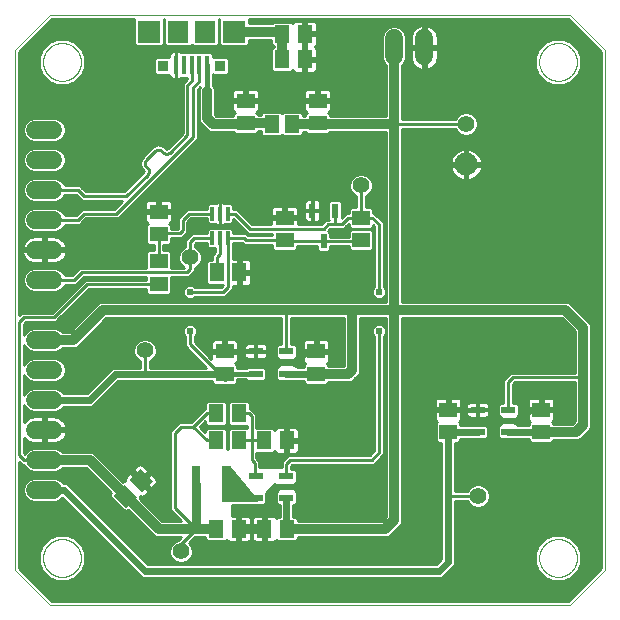
<source format=gtl>
G75*
%MOIN*%
%OFA0B0*%
%FSLAX25Y25*%
%IPPOS*%
%LPD*%
%AMOC8*
5,1,8,0,0,1.08239X$1,22.5*
%
%ADD10C,0.00000*%
%ADD11C,0.06000*%
%ADD12R,0.04724X0.02362*%
%ADD13R,0.02362X0.04724*%
%ADD14R,0.01400X0.04600*%
%ADD15C,0.07600*%
%ADD16R,0.05906X0.05118*%
%ADD17R,0.05118X0.05906*%
%ADD18R,0.03000X0.12000*%
%ADD19C,0.05512*%
%ADD20R,0.01575X0.06496*%
%ADD21R,0.03772X0.03772*%
%ADD22R,0.07087X0.07480*%
%ADD23R,0.07600X0.07600*%
%ADD24C,0.02400*%
%ADD25C,0.01600*%
%ADD26C,0.03200*%
%ADD27C,0.01000*%
%ADD28R,0.03562X0.03562*%
%ADD29C,0.02400*%
%ADD30C,0.03000*%
%ADD31C,0.02300*%
D10*
X0063875Y0067686D02*
X0075686Y0055875D01*
X0248914Y0055875D01*
X0260725Y0067686D01*
X0260725Y0240914D01*
X0248914Y0252725D01*
X0075686Y0252725D01*
X0063875Y0240914D01*
X0063875Y0067686D01*
X0073324Y0071623D02*
X0073326Y0071781D01*
X0073332Y0071939D01*
X0073342Y0072097D01*
X0073356Y0072255D01*
X0073374Y0072412D01*
X0073395Y0072569D01*
X0073421Y0072725D01*
X0073451Y0072881D01*
X0073484Y0073036D01*
X0073522Y0073189D01*
X0073563Y0073342D01*
X0073608Y0073494D01*
X0073657Y0073645D01*
X0073710Y0073794D01*
X0073766Y0073942D01*
X0073826Y0074088D01*
X0073890Y0074233D01*
X0073958Y0074376D01*
X0074029Y0074518D01*
X0074103Y0074658D01*
X0074181Y0074795D01*
X0074263Y0074931D01*
X0074347Y0075065D01*
X0074436Y0075196D01*
X0074527Y0075325D01*
X0074622Y0075452D01*
X0074719Y0075577D01*
X0074820Y0075699D01*
X0074924Y0075818D01*
X0075031Y0075935D01*
X0075141Y0076049D01*
X0075254Y0076160D01*
X0075369Y0076269D01*
X0075487Y0076374D01*
X0075608Y0076476D01*
X0075731Y0076576D01*
X0075857Y0076672D01*
X0075985Y0076765D01*
X0076115Y0076855D01*
X0076248Y0076941D01*
X0076383Y0077025D01*
X0076519Y0077104D01*
X0076658Y0077181D01*
X0076799Y0077253D01*
X0076941Y0077323D01*
X0077085Y0077388D01*
X0077231Y0077450D01*
X0077378Y0077508D01*
X0077527Y0077563D01*
X0077677Y0077614D01*
X0077828Y0077661D01*
X0077980Y0077704D01*
X0078133Y0077743D01*
X0078288Y0077779D01*
X0078443Y0077810D01*
X0078599Y0077838D01*
X0078755Y0077862D01*
X0078912Y0077882D01*
X0079070Y0077898D01*
X0079227Y0077910D01*
X0079386Y0077918D01*
X0079544Y0077922D01*
X0079702Y0077922D01*
X0079860Y0077918D01*
X0080019Y0077910D01*
X0080176Y0077898D01*
X0080334Y0077882D01*
X0080491Y0077862D01*
X0080647Y0077838D01*
X0080803Y0077810D01*
X0080958Y0077779D01*
X0081113Y0077743D01*
X0081266Y0077704D01*
X0081418Y0077661D01*
X0081569Y0077614D01*
X0081719Y0077563D01*
X0081868Y0077508D01*
X0082015Y0077450D01*
X0082161Y0077388D01*
X0082305Y0077323D01*
X0082447Y0077253D01*
X0082588Y0077181D01*
X0082727Y0077104D01*
X0082863Y0077025D01*
X0082998Y0076941D01*
X0083131Y0076855D01*
X0083261Y0076765D01*
X0083389Y0076672D01*
X0083515Y0076576D01*
X0083638Y0076476D01*
X0083759Y0076374D01*
X0083877Y0076269D01*
X0083992Y0076160D01*
X0084105Y0076049D01*
X0084215Y0075935D01*
X0084322Y0075818D01*
X0084426Y0075699D01*
X0084527Y0075577D01*
X0084624Y0075452D01*
X0084719Y0075325D01*
X0084810Y0075196D01*
X0084899Y0075065D01*
X0084983Y0074931D01*
X0085065Y0074795D01*
X0085143Y0074658D01*
X0085217Y0074518D01*
X0085288Y0074376D01*
X0085356Y0074233D01*
X0085420Y0074088D01*
X0085480Y0073942D01*
X0085536Y0073794D01*
X0085589Y0073645D01*
X0085638Y0073494D01*
X0085683Y0073342D01*
X0085724Y0073189D01*
X0085762Y0073036D01*
X0085795Y0072881D01*
X0085825Y0072725D01*
X0085851Y0072569D01*
X0085872Y0072412D01*
X0085890Y0072255D01*
X0085904Y0072097D01*
X0085914Y0071939D01*
X0085920Y0071781D01*
X0085922Y0071623D01*
X0085920Y0071465D01*
X0085914Y0071307D01*
X0085904Y0071149D01*
X0085890Y0070991D01*
X0085872Y0070834D01*
X0085851Y0070677D01*
X0085825Y0070521D01*
X0085795Y0070365D01*
X0085762Y0070210D01*
X0085724Y0070057D01*
X0085683Y0069904D01*
X0085638Y0069752D01*
X0085589Y0069601D01*
X0085536Y0069452D01*
X0085480Y0069304D01*
X0085420Y0069158D01*
X0085356Y0069013D01*
X0085288Y0068870D01*
X0085217Y0068728D01*
X0085143Y0068588D01*
X0085065Y0068451D01*
X0084983Y0068315D01*
X0084899Y0068181D01*
X0084810Y0068050D01*
X0084719Y0067921D01*
X0084624Y0067794D01*
X0084527Y0067669D01*
X0084426Y0067547D01*
X0084322Y0067428D01*
X0084215Y0067311D01*
X0084105Y0067197D01*
X0083992Y0067086D01*
X0083877Y0066977D01*
X0083759Y0066872D01*
X0083638Y0066770D01*
X0083515Y0066670D01*
X0083389Y0066574D01*
X0083261Y0066481D01*
X0083131Y0066391D01*
X0082998Y0066305D01*
X0082863Y0066221D01*
X0082727Y0066142D01*
X0082588Y0066065D01*
X0082447Y0065993D01*
X0082305Y0065923D01*
X0082161Y0065858D01*
X0082015Y0065796D01*
X0081868Y0065738D01*
X0081719Y0065683D01*
X0081569Y0065632D01*
X0081418Y0065585D01*
X0081266Y0065542D01*
X0081113Y0065503D01*
X0080958Y0065467D01*
X0080803Y0065436D01*
X0080647Y0065408D01*
X0080491Y0065384D01*
X0080334Y0065364D01*
X0080176Y0065348D01*
X0080019Y0065336D01*
X0079860Y0065328D01*
X0079702Y0065324D01*
X0079544Y0065324D01*
X0079386Y0065328D01*
X0079227Y0065336D01*
X0079070Y0065348D01*
X0078912Y0065364D01*
X0078755Y0065384D01*
X0078599Y0065408D01*
X0078443Y0065436D01*
X0078288Y0065467D01*
X0078133Y0065503D01*
X0077980Y0065542D01*
X0077828Y0065585D01*
X0077677Y0065632D01*
X0077527Y0065683D01*
X0077378Y0065738D01*
X0077231Y0065796D01*
X0077085Y0065858D01*
X0076941Y0065923D01*
X0076799Y0065993D01*
X0076658Y0066065D01*
X0076519Y0066142D01*
X0076383Y0066221D01*
X0076248Y0066305D01*
X0076115Y0066391D01*
X0075985Y0066481D01*
X0075857Y0066574D01*
X0075731Y0066670D01*
X0075608Y0066770D01*
X0075487Y0066872D01*
X0075369Y0066977D01*
X0075254Y0067086D01*
X0075141Y0067197D01*
X0075031Y0067311D01*
X0074924Y0067428D01*
X0074820Y0067547D01*
X0074719Y0067669D01*
X0074622Y0067794D01*
X0074527Y0067921D01*
X0074436Y0068050D01*
X0074347Y0068181D01*
X0074263Y0068315D01*
X0074181Y0068451D01*
X0074103Y0068588D01*
X0074029Y0068728D01*
X0073958Y0068870D01*
X0073890Y0069013D01*
X0073826Y0069158D01*
X0073766Y0069304D01*
X0073710Y0069452D01*
X0073657Y0069601D01*
X0073608Y0069752D01*
X0073563Y0069904D01*
X0073522Y0070057D01*
X0073484Y0070210D01*
X0073451Y0070365D01*
X0073421Y0070521D01*
X0073395Y0070677D01*
X0073374Y0070834D01*
X0073356Y0070991D01*
X0073342Y0071149D01*
X0073332Y0071307D01*
X0073326Y0071465D01*
X0073324Y0071623D01*
X0238678Y0071623D02*
X0238680Y0071781D01*
X0238686Y0071939D01*
X0238696Y0072097D01*
X0238710Y0072255D01*
X0238728Y0072412D01*
X0238749Y0072569D01*
X0238775Y0072725D01*
X0238805Y0072881D01*
X0238838Y0073036D01*
X0238876Y0073189D01*
X0238917Y0073342D01*
X0238962Y0073494D01*
X0239011Y0073645D01*
X0239064Y0073794D01*
X0239120Y0073942D01*
X0239180Y0074088D01*
X0239244Y0074233D01*
X0239312Y0074376D01*
X0239383Y0074518D01*
X0239457Y0074658D01*
X0239535Y0074795D01*
X0239617Y0074931D01*
X0239701Y0075065D01*
X0239790Y0075196D01*
X0239881Y0075325D01*
X0239976Y0075452D01*
X0240073Y0075577D01*
X0240174Y0075699D01*
X0240278Y0075818D01*
X0240385Y0075935D01*
X0240495Y0076049D01*
X0240608Y0076160D01*
X0240723Y0076269D01*
X0240841Y0076374D01*
X0240962Y0076476D01*
X0241085Y0076576D01*
X0241211Y0076672D01*
X0241339Y0076765D01*
X0241469Y0076855D01*
X0241602Y0076941D01*
X0241737Y0077025D01*
X0241873Y0077104D01*
X0242012Y0077181D01*
X0242153Y0077253D01*
X0242295Y0077323D01*
X0242439Y0077388D01*
X0242585Y0077450D01*
X0242732Y0077508D01*
X0242881Y0077563D01*
X0243031Y0077614D01*
X0243182Y0077661D01*
X0243334Y0077704D01*
X0243487Y0077743D01*
X0243642Y0077779D01*
X0243797Y0077810D01*
X0243953Y0077838D01*
X0244109Y0077862D01*
X0244266Y0077882D01*
X0244424Y0077898D01*
X0244581Y0077910D01*
X0244740Y0077918D01*
X0244898Y0077922D01*
X0245056Y0077922D01*
X0245214Y0077918D01*
X0245373Y0077910D01*
X0245530Y0077898D01*
X0245688Y0077882D01*
X0245845Y0077862D01*
X0246001Y0077838D01*
X0246157Y0077810D01*
X0246312Y0077779D01*
X0246467Y0077743D01*
X0246620Y0077704D01*
X0246772Y0077661D01*
X0246923Y0077614D01*
X0247073Y0077563D01*
X0247222Y0077508D01*
X0247369Y0077450D01*
X0247515Y0077388D01*
X0247659Y0077323D01*
X0247801Y0077253D01*
X0247942Y0077181D01*
X0248081Y0077104D01*
X0248217Y0077025D01*
X0248352Y0076941D01*
X0248485Y0076855D01*
X0248615Y0076765D01*
X0248743Y0076672D01*
X0248869Y0076576D01*
X0248992Y0076476D01*
X0249113Y0076374D01*
X0249231Y0076269D01*
X0249346Y0076160D01*
X0249459Y0076049D01*
X0249569Y0075935D01*
X0249676Y0075818D01*
X0249780Y0075699D01*
X0249881Y0075577D01*
X0249978Y0075452D01*
X0250073Y0075325D01*
X0250164Y0075196D01*
X0250253Y0075065D01*
X0250337Y0074931D01*
X0250419Y0074795D01*
X0250497Y0074658D01*
X0250571Y0074518D01*
X0250642Y0074376D01*
X0250710Y0074233D01*
X0250774Y0074088D01*
X0250834Y0073942D01*
X0250890Y0073794D01*
X0250943Y0073645D01*
X0250992Y0073494D01*
X0251037Y0073342D01*
X0251078Y0073189D01*
X0251116Y0073036D01*
X0251149Y0072881D01*
X0251179Y0072725D01*
X0251205Y0072569D01*
X0251226Y0072412D01*
X0251244Y0072255D01*
X0251258Y0072097D01*
X0251268Y0071939D01*
X0251274Y0071781D01*
X0251276Y0071623D01*
X0251274Y0071465D01*
X0251268Y0071307D01*
X0251258Y0071149D01*
X0251244Y0070991D01*
X0251226Y0070834D01*
X0251205Y0070677D01*
X0251179Y0070521D01*
X0251149Y0070365D01*
X0251116Y0070210D01*
X0251078Y0070057D01*
X0251037Y0069904D01*
X0250992Y0069752D01*
X0250943Y0069601D01*
X0250890Y0069452D01*
X0250834Y0069304D01*
X0250774Y0069158D01*
X0250710Y0069013D01*
X0250642Y0068870D01*
X0250571Y0068728D01*
X0250497Y0068588D01*
X0250419Y0068451D01*
X0250337Y0068315D01*
X0250253Y0068181D01*
X0250164Y0068050D01*
X0250073Y0067921D01*
X0249978Y0067794D01*
X0249881Y0067669D01*
X0249780Y0067547D01*
X0249676Y0067428D01*
X0249569Y0067311D01*
X0249459Y0067197D01*
X0249346Y0067086D01*
X0249231Y0066977D01*
X0249113Y0066872D01*
X0248992Y0066770D01*
X0248869Y0066670D01*
X0248743Y0066574D01*
X0248615Y0066481D01*
X0248485Y0066391D01*
X0248352Y0066305D01*
X0248217Y0066221D01*
X0248081Y0066142D01*
X0247942Y0066065D01*
X0247801Y0065993D01*
X0247659Y0065923D01*
X0247515Y0065858D01*
X0247369Y0065796D01*
X0247222Y0065738D01*
X0247073Y0065683D01*
X0246923Y0065632D01*
X0246772Y0065585D01*
X0246620Y0065542D01*
X0246467Y0065503D01*
X0246312Y0065467D01*
X0246157Y0065436D01*
X0246001Y0065408D01*
X0245845Y0065384D01*
X0245688Y0065364D01*
X0245530Y0065348D01*
X0245373Y0065336D01*
X0245214Y0065328D01*
X0245056Y0065324D01*
X0244898Y0065324D01*
X0244740Y0065328D01*
X0244581Y0065336D01*
X0244424Y0065348D01*
X0244266Y0065364D01*
X0244109Y0065384D01*
X0243953Y0065408D01*
X0243797Y0065436D01*
X0243642Y0065467D01*
X0243487Y0065503D01*
X0243334Y0065542D01*
X0243182Y0065585D01*
X0243031Y0065632D01*
X0242881Y0065683D01*
X0242732Y0065738D01*
X0242585Y0065796D01*
X0242439Y0065858D01*
X0242295Y0065923D01*
X0242153Y0065993D01*
X0242012Y0066065D01*
X0241873Y0066142D01*
X0241737Y0066221D01*
X0241602Y0066305D01*
X0241469Y0066391D01*
X0241339Y0066481D01*
X0241211Y0066574D01*
X0241085Y0066670D01*
X0240962Y0066770D01*
X0240841Y0066872D01*
X0240723Y0066977D01*
X0240608Y0067086D01*
X0240495Y0067197D01*
X0240385Y0067311D01*
X0240278Y0067428D01*
X0240174Y0067547D01*
X0240073Y0067669D01*
X0239976Y0067794D01*
X0239881Y0067921D01*
X0239790Y0068050D01*
X0239701Y0068181D01*
X0239617Y0068315D01*
X0239535Y0068451D01*
X0239457Y0068588D01*
X0239383Y0068728D01*
X0239312Y0068870D01*
X0239244Y0069013D01*
X0239180Y0069158D01*
X0239120Y0069304D01*
X0239064Y0069452D01*
X0239011Y0069601D01*
X0238962Y0069752D01*
X0238917Y0069904D01*
X0238876Y0070057D01*
X0238838Y0070210D01*
X0238805Y0070365D01*
X0238775Y0070521D01*
X0238749Y0070677D01*
X0238728Y0070834D01*
X0238710Y0070991D01*
X0238696Y0071149D01*
X0238686Y0071307D01*
X0238680Y0071465D01*
X0238678Y0071623D01*
X0238678Y0236977D02*
X0238680Y0237135D01*
X0238686Y0237293D01*
X0238696Y0237451D01*
X0238710Y0237609D01*
X0238728Y0237766D01*
X0238749Y0237923D01*
X0238775Y0238079D01*
X0238805Y0238235D01*
X0238838Y0238390D01*
X0238876Y0238543D01*
X0238917Y0238696D01*
X0238962Y0238848D01*
X0239011Y0238999D01*
X0239064Y0239148D01*
X0239120Y0239296D01*
X0239180Y0239442D01*
X0239244Y0239587D01*
X0239312Y0239730D01*
X0239383Y0239872D01*
X0239457Y0240012D01*
X0239535Y0240149D01*
X0239617Y0240285D01*
X0239701Y0240419D01*
X0239790Y0240550D01*
X0239881Y0240679D01*
X0239976Y0240806D01*
X0240073Y0240931D01*
X0240174Y0241053D01*
X0240278Y0241172D01*
X0240385Y0241289D01*
X0240495Y0241403D01*
X0240608Y0241514D01*
X0240723Y0241623D01*
X0240841Y0241728D01*
X0240962Y0241830D01*
X0241085Y0241930D01*
X0241211Y0242026D01*
X0241339Y0242119D01*
X0241469Y0242209D01*
X0241602Y0242295D01*
X0241737Y0242379D01*
X0241873Y0242458D01*
X0242012Y0242535D01*
X0242153Y0242607D01*
X0242295Y0242677D01*
X0242439Y0242742D01*
X0242585Y0242804D01*
X0242732Y0242862D01*
X0242881Y0242917D01*
X0243031Y0242968D01*
X0243182Y0243015D01*
X0243334Y0243058D01*
X0243487Y0243097D01*
X0243642Y0243133D01*
X0243797Y0243164D01*
X0243953Y0243192D01*
X0244109Y0243216D01*
X0244266Y0243236D01*
X0244424Y0243252D01*
X0244581Y0243264D01*
X0244740Y0243272D01*
X0244898Y0243276D01*
X0245056Y0243276D01*
X0245214Y0243272D01*
X0245373Y0243264D01*
X0245530Y0243252D01*
X0245688Y0243236D01*
X0245845Y0243216D01*
X0246001Y0243192D01*
X0246157Y0243164D01*
X0246312Y0243133D01*
X0246467Y0243097D01*
X0246620Y0243058D01*
X0246772Y0243015D01*
X0246923Y0242968D01*
X0247073Y0242917D01*
X0247222Y0242862D01*
X0247369Y0242804D01*
X0247515Y0242742D01*
X0247659Y0242677D01*
X0247801Y0242607D01*
X0247942Y0242535D01*
X0248081Y0242458D01*
X0248217Y0242379D01*
X0248352Y0242295D01*
X0248485Y0242209D01*
X0248615Y0242119D01*
X0248743Y0242026D01*
X0248869Y0241930D01*
X0248992Y0241830D01*
X0249113Y0241728D01*
X0249231Y0241623D01*
X0249346Y0241514D01*
X0249459Y0241403D01*
X0249569Y0241289D01*
X0249676Y0241172D01*
X0249780Y0241053D01*
X0249881Y0240931D01*
X0249978Y0240806D01*
X0250073Y0240679D01*
X0250164Y0240550D01*
X0250253Y0240419D01*
X0250337Y0240285D01*
X0250419Y0240149D01*
X0250497Y0240012D01*
X0250571Y0239872D01*
X0250642Y0239730D01*
X0250710Y0239587D01*
X0250774Y0239442D01*
X0250834Y0239296D01*
X0250890Y0239148D01*
X0250943Y0238999D01*
X0250992Y0238848D01*
X0251037Y0238696D01*
X0251078Y0238543D01*
X0251116Y0238390D01*
X0251149Y0238235D01*
X0251179Y0238079D01*
X0251205Y0237923D01*
X0251226Y0237766D01*
X0251244Y0237609D01*
X0251258Y0237451D01*
X0251268Y0237293D01*
X0251274Y0237135D01*
X0251276Y0236977D01*
X0251274Y0236819D01*
X0251268Y0236661D01*
X0251258Y0236503D01*
X0251244Y0236345D01*
X0251226Y0236188D01*
X0251205Y0236031D01*
X0251179Y0235875D01*
X0251149Y0235719D01*
X0251116Y0235564D01*
X0251078Y0235411D01*
X0251037Y0235258D01*
X0250992Y0235106D01*
X0250943Y0234955D01*
X0250890Y0234806D01*
X0250834Y0234658D01*
X0250774Y0234512D01*
X0250710Y0234367D01*
X0250642Y0234224D01*
X0250571Y0234082D01*
X0250497Y0233942D01*
X0250419Y0233805D01*
X0250337Y0233669D01*
X0250253Y0233535D01*
X0250164Y0233404D01*
X0250073Y0233275D01*
X0249978Y0233148D01*
X0249881Y0233023D01*
X0249780Y0232901D01*
X0249676Y0232782D01*
X0249569Y0232665D01*
X0249459Y0232551D01*
X0249346Y0232440D01*
X0249231Y0232331D01*
X0249113Y0232226D01*
X0248992Y0232124D01*
X0248869Y0232024D01*
X0248743Y0231928D01*
X0248615Y0231835D01*
X0248485Y0231745D01*
X0248352Y0231659D01*
X0248217Y0231575D01*
X0248081Y0231496D01*
X0247942Y0231419D01*
X0247801Y0231347D01*
X0247659Y0231277D01*
X0247515Y0231212D01*
X0247369Y0231150D01*
X0247222Y0231092D01*
X0247073Y0231037D01*
X0246923Y0230986D01*
X0246772Y0230939D01*
X0246620Y0230896D01*
X0246467Y0230857D01*
X0246312Y0230821D01*
X0246157Y0230790D01*
X0246001Y0230762D01*
X0245845Y0230738D01*
X0245688Y0230718D01*
X0245530Y0230702D01*
X0245373Y0230690D01*
X0245214Y0230682D01*
X0245056Y0230678D01*
X0244898Y0230678D01*
X0244740Y0230682D01*
X0244581Y0230690D01*
X0244424Y0230702D01*
X0244266Y0230718D01*
X0244109Y0230738D01*
X0243953Y0230762D01*
X0243797Y0230790D01*
X0243642Y0230821D01*
X0243487Y0230857D01*
X0243334Y0230896D01*
X0243182Y0230939D01*
X0243031Y0230986D01*
X0242881Y0231037D01*
X0242732Y0231092D01*
X0242585Y0231150D01*
X0242439Y0231212D01*
X0242295Y0231277D01*
X0242153Y0231347D01*
X0242012Y0231419D01*
X0241873Y0231496D01*
X0241737Y0231575D01*
X0241602Y0231659D01*
X0241469Y0231745D01*
X0241339Y0231835D01*
X0241211Y0231928D01*
X0241085Y0232024D01*
X0240962Y0232124D01*
X0240841Y0232226D01*
X0240723Y0232331D01*
X0240608Y0232440D01*
X0240495Y0232551D01*
X0240385Y0232665D01*
X0240278Y0232782D01*
X0240174Y0232901D01*
X0240073Y0233023D01*
X0239976Y0233148D01*
X0239881Y0233275D01*
X0239790Y0233404D01*
X0239701Y0233535D01*
X0239617Y0233669D01*
X0239535Y0233805D01*
X0239457Y0233942D01*
X0239383Y0234082D01*
X0239312Y0234224D01*
X0239244Y0234367D01*
X0239180Y0234512D01*
X0239120Y0234658D01*
X0239064Y0234806D01*
X0239011Y0234955D01*
X0238962Y0235106D01*
X0238917Y0235258D01*
X0238876Y0235411D01*
X0238838Y0235564D01*
X0238805Y0235719D01*
X0238775Y0235875D01*
X0238749Y0236031D01*
X0238728Y0236188D01*
X0238710Y0236345D01*
X0238696Y0236503D01*
X0238686Y0236661D01*
X0238680Y0236819D01*
X0238678Y0236977D01*
X0073324Y0236977D02*
X0073326Y0237135D01*
X0073332Y0237293D01*
X0073342Y0237451D01*
X0073356Y0237609D01*
X0073374Y0237766D01*
X0073395Y0237923D01*
X0073421Y0238079D01*
X0073451Y0238235D01*
X0073484Y0238390D01*
X0073522Y0238543D01*
X0073563Y0238696D01*
X0073608Y0238848D01*
X0073657Y0238999D01*
X0073710Y0239148D01*
X0073766Y0239296D01*
X0073826Y0239442D01*
X0073890Y0239587D01*
X0073958Y0239730D01*
X0074029Y0239872D01*
X0074103Y0240012D01*
X0074181Y0240149D01*
X0074263Y0240285D01*
X0074347Y0240419D01*
X0074436Y0240550D01*
X0074527Y0240679D01*
X0074622Y0240806D01*
X0074719Y0240931D01*
X0074820Y0241053D01*
X0074924Y0241172D01*
X0075031Y0241289D01*
X0075141Y0241403D01*
X0075254Y0241514D01*
X0075369Y0241623D01*
X0075487Y0241728D01*
X0075608Y0241830D01*
X0075731Y0241930D01*
X0075857Y0242026D01*
X0075985Y0242119D01*
X0076115Y0242209D01*
X0076248Y0242295D01*
X0076383Y0242379D01*
X0076519Y0242458D01*
X0076658Y0242535D01*
X0076799Y0242607D01*
X0076941Y0242677D01*
X0077085Y0242742D01*
X0077231Y0242804D01*
X0077378Y0242862D01*
X0077527Y0242917D01*
X0077677Y0242968D01*
X0077828Y0243015D01*
X0077980Y0243058D01*
X0078133Y0243097D01*
X0078288Y0243133D01*
X0078443Y0243164D01*
X0078599Y0243192D01*
X0078755Y0243216D01*
X0078912Y0243236D01*
X0079070Y0243252D01*
X0079227Y0243264D01*
X0079386Y0243272D01*
X0079544Y0243276D01*
X0079702Y0243276D01*
X0079860Y0243272D01*
X0080019Y0243264D01*
X0080176Y0243252D01*
X0080334Y0243236D01*
X0080491Y0243216D01*
X0080647Y0243192D01*
X0080803Y0243164D01*
X0080958Y0243133D01*
X0081113Y0243097D01*
X0081266Y0243058D01*
X0081418Y0243015D01*
X0081569Y0242968D01*
X0081719Y0242917D01*
X0081868Y0242862D01*
X0082015Y0242804D01*
X0082161Y0242742D01*
X0082305Y0242677D01*
X0082447Y0242607D01*
X0082588Y0242535D01*
X0082727Y0242458D01*
X0082863Y0242379D01*
X0082998Y0242295D01*
X0083131Y0242209D01*
X0083261Y0242119D01*
X0083389Y0242026D01*
X0083515Y0241930D01*
X0083638Y0241830D01*
X0083759Y0241728D01*
X0083877Y0241623D01*
X0083992Y0241514D01*
X0084105Y0241403D01*
X0084215Y0241289D01*
X0084322Y0241172D01*
X0084426Y0241053D01*
X0084527Y0240931D01*
X0084624Y0240806D01*
X0084719Y0240679D01*
X0084810Y0240550D01*
X0084899Y0240419D01*
X0084983Y0240285D01*
X0085065Y0240149D01*
X0085143Y0240012D01*
X0085217Y0239872D01*
X0085288Y0239730D01*
X0085356Y0239587D01*
X0085420Y0239442D01*
X0085480Y0239296D01*
X0085536Y0239148D01*
X0085589Y0238999D01*
X0085638Y0238848D01*
X0085683Y0238696D01*
X0085724Y0238543D01*
X0085762Y0238390D01*
X0085795Y0238235D01*
X0085825Y0238079D01*
X0085851Y0237923D01*
X0085872Y0237766D01*
X0085890Y0237609D01*
X0085904Y0237451D01*
X0085914Y0237293D01*
X0085920Y0237135D01*
X0085922Y0236977D01*
X0085920Y0236819D01*
X0085914Y0236661D01*
X0085904Y0236503D01*
X0085890Y0236345D01*
X0085872Y0236188D01*
X0085851Y0236031D01*
X0085825Y0235875D01*
X0085795Y0235719D01*
X0085762Y0235564D01*
X0085724Y0235411D01*
X0085683Y0235258D01*
X0085638Y0235106D01*
X0085589Y0234955D01*
X0085536Y0234806D01*
X0085480Y0234658D01*
X0085420Y0234512D01*
X0085356Y0234367D01*
X0085288Y0234224D01*
X0085217Y0234082D01*
X0085143Y0233942D01*
X0085065Y0233805D01*
X0084983Y0233669D01*
X0084899Y0233535D01*
X0084810Y0233404D01*
X0084719Y0233275D01*
X0084624Y0233148D01*
X0084527Y0233023D01*
X0084426Y0232901D01*
X0084322Y0232782D01*
X0084215Y0232665D01*
X0084105Y0232551D01*
X0083992Y0232440D01*
X0083877Y0232331D01*
X0083759Y0232226D01*
X0083638Y0232124D01*
X0083515Y0232024D01*
X0083389Y0231928D01*
X0083261Y0231835D01*
X0083131Y0231745D01*
X0082998Y0231659D01*
X0082863Y0231575D01*
X0082727Y0231496D01*
X0082588Y0231419D01*
X0082447Y0231347D01*
X0082305Y0231277D01*
X0082161Y0231212D01*
X0082015Y0231150D01*
X0081868Y0231092D01*
X0081719Y0231037D01*
X0081569Y0230986D01*
X0081418Y0230939D01*
X0081266Y0230896D01*
X0081113Y0230857D01*
X0080958Y0230821D01*
X0080803Y0230790D01*
X0080647Y0230762D01*
X0080491Y0230738D01*
X0080334Y0230718D01*
X0080176Y0230702D01*
X0080019Y0230690D01*
X0079860Y0230682D01*
X0079702Y0230678D01*
X0079544Y0230678D01*
X0079386Y0230682D01*
X0079227Y0230690D01*
X0079070Y0230702D01*
X0078912Y0230718D01*
X0078755Y0230738D01*
X0078599Y0230762D01*
X0078443Y0230790D01*
X0078288Y0230821D01*
X0078133Y0230857D01*
X0077980Y0230896D01*
X0077828Y0230939D01*
X0077677Y0230986D01*
X0077527Y0231037D01*
X0077378Y0231092D01*
X0077231Y0231150D01*
X0077085Y0231212D01*
X0076941Y0231277D01*
X0076799Y0231347D01*
X0076658Y0231419D01*
X0076519Y0231496D01*
X0076383Y0231575D01*
X0076248Y0231659D01*
X0076115Y0231745D01*
X0075985Y0231835D01*
X0075857Y0231928D01*
X0075731Y0232024D01*
X0075608Y0232124D01*
X0075487Y0232226D01*
X0075369Y0232331D01*
X0075254Y0232440D01*
X0075141Y0232551D01*
X0075031Y0232665D01*
X0074924Y0232782D01*
X0074820Y0232901D01*
X0074719Y0233023D01*
X0074622Y0233148D01*
X0074527Y0233275D01*
X0074436Y0233404D01*
X0074347Y0233535D01*
X0074263Y0233669D01*
X0074181Y0233805D01*
X0074103Y0233942D01*
X0074029Y0234082D01*
X0073958Y0234224D01*
X0073890Y0234367D01*
X0073826Y0234512D01*
X0073766Y0234658D01*
X0073710Y0234806D01*
X0073657Y0234955D01*
X0073608Y0235106D01*
X0073563Y0235258D01*
X0073522Y0235411D01*
X0073484Y0235564D01*
X0073451Y0235719D01*
X0073421Y0235875D01*
X0073395Y0236031D01*
X0073374Y0236188D01*
X0073356Y0236345D01*
X0073342Y0236503D01*
X0073332Y0236661D01*
X0073326Y0236819D01*
X0073324Y0236977D01*
D11*
X0070717Y0214300D02*
X0076717Y0214300D01*
X0076717Y0204300D02*
X0070717Y0204300D01*
X0070717Y0194300D02*
X0076717Y0194300D01*
X0076717Y0184300D02*
X0070717Y0184300D01*
X0070717Y0174300D02*
X0076717Y0174300D01*
X0076717Y0164300D02*
X0070717Y0164300D01*
X0070717Y0144300D02*
X0076717Y0144300D01*
X0076717Y0134300D02*
X0070717Y0134300D01*
X0070717Y0124300D02*
X0076717Y0124300D01*
X0076717Y0114300D02*
X0070717Y0114300D01*
X0070717Y0104300D02*
X0076717Y0104300D01*
X0076717Y0094300D02*
X0070717Y0094300D01*
X0190300Y0238800D02*
X0190300Y0244800D01*
X0200300Y0244800D02*
X0200300Y0238800D01*
D12*
X0154418Y0140540D03*
X0154418Y0136800D03*
X0154418Y0133060D03*
X0144182Y0133060D03*
X0144182Y0140540D03*
X0144182Y0099040D03*
X0144182Y0091560D03*
X0154418Y0091560D03*
X0154418Y0095300D03*
X0154418Y0099040D03*
X0218182Y0113560D03*
X0218182Y0121040D03*
X0228418Y0121040D03*
X0228418Y0117300D03*
X0228418Y0113560D03*
D13*
X0166800Y0177182D03*
X0163060Y0187418D03*
X0170540Y0187418D03*
D14*
X0134900Y0186400D03*
X0132300Y0186400D03*
X0129700Y0186400D03*
X0129700Y0178200D03*
X0132300Y0178200D03*
X0134900Y0178200D03*
D15*
X0214300Y0202800D03*
D16*
X0179300Y0185040D03*
X0179300Y0177560D03*
X0153800Y0177560D03*
X0153800Y0185040D03*
X0164800Y0216560D03*
X0164800Y0224040D03*
X0140800Y0224040D03*
X0140800Y0216560D03*
X0111800Y0187040D03*
X0111800Y0179560D03*
X0111800Y0170540D03*
X0111800Y0163060D03*
X0133800Y0140540D03*
X0133800Y0133060D03*
X0164300Y0133060D03*
X0164300Y0140540D03*
X0208300Y0121040D03*
X0208300Y0113560D03*
X0239300Y0113560D03*
X0239300Y0121040D03*
D17*
X0154540Y0110800D03*
X0147060Y0110800D03*
X0138540Y0110800D03*
X0131060Y0110800D03*
X0131060Y0119800D03*
X0138540Y0119800D03*
G36*
X0102048Y0097723D02*
X0105667Y0101342D01*
X0109842Y0097167D01*
X0106223Y0093548D01*
X0102048Y0097723D01*
G37*
G36*
X0096758Y0092433D02*
X0100377Y0096052D01*
X0104552Y0091877D01*
X0100933Y0088258D01*
X0096758Y0092433D01*
G37*
X0131060Y0081300D03*
X0138540Y0081300D03*
X0147060Y0081300D03*
X0154540Y0081300D03*
X0138640Y0166800D03*
X0131160Y0166800D03*
X0149454Y0216300D03*
X0156146Y0216300D03*
X0153060Y0237800D03*
X0160540Y0237800D03*
X0160540Y0246300D03*
X0153060Y0246300D03*
D18*
X0134300Y0096300D03*
X0124300Y0096300D03*
D19*
X0119300Y0073800D03*
X0107300Y0140800D03*
X0122300Y0171800D03*
X0179300Y0195800D03*
X0214300Y0216300D03*
X0218300Y0092300D03*
D20*
X0127918Y0235930D03*
X0125359Y0235930D03*
X0122800Y0235930D03*
X0120241Y0235930D03*
X0117682Y0235930D03*
D21*
X0113253Y0235674D03*
X0132347Y0235674D03*
D22*
X0127328Y0247091D03*
X0118272Y0247091D03*
D23*
X0108627Y0247091D03*
X0136973Y0247091D03*
D24*
X0133560Y0133300D02*
X0133060Y0132800D01*
X0131300Y0132800D01*
X0107300Y0132800D01*
X0097300Y0132800D01*
X0088800Y0124300D01*
X0073717Y0124300D01*
X0073717Y0094300D02*
X0080217Y0094300D01*
X0087300Y0087300D01*
X0107300Y0067300D01*
X0205300Y0067300D01*
X0208300Y0070300D01*
X0208300Y0092300D01*
X0208300Y0113560D01*
X0218182Y0113560D01*
X0228418Y0113560D02*
X0239300Y0113560D01*
X0164300Y0133060D02*
X0154418Y0133060D01*
X0154418Y0091560D02*
X0154418Y0081422D01*
X0154540Y0081300D01*
D25*
X0135060Y0091560D02*
X0134800Y0091300D01*
X0134800Y0095800D01*
X0134300Y0096300D01*
X0133800Y0131300D02*
X0133800Y0133060D01*
X0144182Y0133060D01*
X0144182Y0140540D02*
X0133800Y0140540D01*
X0154300Y0140658D02*
X0154418Y0140540D01*
X0154418Y0136800D02*
X0157800Y0136800D01*
X0160800Y0139800D01*
X0163560Y0139800D01*
X0208800Y0121040D02*
X0218182Y0121040D01*
X0228300Y0121040D02*
X0228418Y0121040D01*
X0228418Y0117300D02*
X0232300Y0117300D01*
X0236040Y0121040D01*
X0239300Y0121040D01*
X0127918Y0227182D02*
X0127918Y0235930D01*
D26*
X0127918Y0227182D02*
X0127918Y0218182D01*
X0129800Y0216300D01*
X0140540Y0216300D01*
X0140800Y0216560D01*
X0149194Y0216560D01*
X0149454Y0216300D01*
X0156146Y0216300D02*
X0164540Y0216300D01*
X0164800Y0216560D01*
X0166800Y0216300D02*
X0190300Y0216300D01*
X0190300Y0241800D01*
X0190300Y0216300D02*
X0190300Y0215300D01*
X0190300Y0154300D01*
X0176300Y0154300D01*
X0176300Y0134300D01*
X0175060Y0133060D01*
X0164300Y0133060D01*
X0164560Y0132800D01*
X0163560Y0139800D02*
X0164300Y0140540D01*
X0154300Y0154300D02*
X0176300Y0154300D01*
X0190300Y0154300D02*
X0247300Y0154300D01*
X0253300Y0148300D01*
X0253300Y0131800D01*
X0253300Y0116060D01*
X0250800Y0113560D01*
X0239300Y0113560D01*
X0208800Y0121040D02*
X0208300Y0121040D01*
X0190300Y0154300D02*
X0190300Y0084300D01*
X0187300Y0081300D01*
X0154540Y0081300D01*
X0147060Y0081300D02*
X0138540Y0081300D01*
X0131060Y0081300D02*
X0124300Y0081300D01*
X0111800Y0081300D01*
X0101300Y0091800D01*
X0101011Y0091800D01*
X0100655Y0092155D01*
X0101300Y0091800D02*
X0088800Y0104300D01*
X0073717Y0104300D01*
X0073717Y0144300D02*
X0083300Y0144300D01*
X0093300Y0154300D01*
X0154300Y0154300D01*
X0153060Y0237800D02*
X0153060Y0246300D01*
X0152269Y0247091D01*
X0136973Y0247091D01*
D27*
X0069894Y0063788D02*
X0254706Y0063788D01*
X0253708Y0062790D02*
X0070892Y0062790D01*
X0071891Y0061791D02*
X0252709Y0061791D01*
X0251711Y0060793D02*
X0072889Y0060793D01*
X0073888Y0059794D02*
X0250712Y0059794D01*
X0249714Y0058796D02*
X0074886Y0058796D01*
X0075885Y0057797D02*
X0248715Y0057797D01*
X0248293Y0057375D02*
X0076307Y0057375D01*
X0065375Y0068307D01*
X0065375Y0103562D01*
X0066237Y0102700D01*
X0066942Y0102700D01*
X0067242Y0101978D01*
X0068395Y0100824D01*
X0069902Y0100200D01*
X0077533Y0100200D01*
X0079040Y0100824D01*
X0079816Y0101600D01*
X0087682Y0101600D01*
X0096025Y0093257D01*
X0095658Y0092889D01*
X0095658Y0091978D01*
X0100478Y0087158D01*
X0101389Y0087158D01*
X0101757Y0087525D01*
X0110271Y0079011D01*
X0111263Y0078600D01*
X0119337Y0078600D01*
X0118637Y0077900D01*
X0118294Y0077557D01*
X0117116Y0077069D01*
X0116031Y0075984D01*
X0115444Y0074567D01*
X0115444Y0073033D01*
X0116031Y0071616D01*
X0117116Y0070531D01*
X0118533Y0069944D01*
X0120067Y0069944D01*
X0121484Y0070531D01*
X0122569Y0071616D01*
X0123156Y0073033D01*
X0123156Y0074567D01*
X0122569Y0075984D01*
X0121908Y0076645D01*
X0123863Y0078600D01*
X0127401Y0078600D01*
X0127401Y0077892D01*
X0128045Y0077247D01*
X0134075Y0077247D01*
X0134588Y0077761D01*
X0134781Y0077426D01*
X0135060Y0077147D01*
X0135402Y0076949D01*
X0135784Y0076847D01*
X0138040Y0076847D01*
X0138040Y0080800D01*
X0139040Y0080800D01*
X0139040Y0076847D01*
X0141297Y0076847D01*
X0141678Y0076949D01*
X0142020Y0077147D01*
X0142299Y0077426D01*
X0142497Y0077768D01*
X0142599Y0078150D01*
X0142599Y0080800D01*
X0139040Y0080800D01*
X0139040Y0081800D01*
X0138040Y0081800D01*
X0138040Y0085753D01*
X0136300Y0085753D01*
X0136300Y0089244D01*
X0136365Y0089310D01*
X0141333Y0089310D01*
X0141364Y0089279D01*
X0147000Y0089279D01*
X0147644Y0089923D01*
X0147644Y0093197D01*
X0147627Y0093213D01*
X0150556Y0096142D01*
X0150556Y0095391D01*
X0154327Y0095391D01*
X0154327Y0095209D01*
X0150556Y0095209D01*
X0150556Y0093921D01*
X0150658Y0093540D01*
X0150856Y0093198D01*
X0150956Y0093098D01*
X0150956Y0089923D01*
X0151600Y0089279D01*
X0152118Y0089279D01*
X0152118Y0085353D01*
X0151525Y0085353D01*
X0151012Y0084839D01*
X0150819Y0085174D01*
X0150540Y0085453D01*
X0150198Y0085651D01*
X0149816Y0085753D01*
X0147560Y0085753D01*
X0147560Y0081800D01*
X0146560Y0081800D01*
X0146560Y0085753D01*
X0144303Y0085753D01*
X0143922Y0085651D01*
X0143580Y0085453D01*
X0143300Y0085174D01*
X0143103Y0084832D01*
X0143001Y0084450D01*
X0143001Y0081800D01*
X0146560Y0081800D01*
X0146560Y0080800D01*
X0147560Y0080800D01*
X0147560Y0076847D01*
X0149816Y0076847D01*
X0150198Y0076949D01*
X0150540Y0077147D01*
X0150819Y0077426D01*
X0151012Y0077761D01*
X0151525Y0077247D01*
X0157555Y0077247D01*
X0158199Y0077892D01*
X0158199Y0078600D01*
X0187837Y0078600D01*
X0188829Y0079011D01*
X0189589Y0079771D01*
X0192589Y0082771D01*
X0193000Y0083763D01*
X0193000Y0151600D01*
X0246182Y0151600D01*
X0250600Y0147182D01*
X0250600Y0133400D01*
X0229137Y0133400D01*
X0228200Y0132463D01*
X0226700Y0130963D01*
X0226700Y0123321D01*
X0225600Y0123321D01*
X0224956Y0122677D01*
X0224956Y0119502D01*
X0224856Y0119402D01*
X0224658Y0119060D01*
X0224556Y0118679D01*
X0224556Y0117391D01*
X0228327Y0117391D01*
X0228327Y0117209D01*
X0224556Y0117209D01*
X0224556Y0115921D01*
X0224658Y0115540D01*
X0224856Y0115198D01*
X0224956Y0115098D01*
X0224956Y0111923D01*
X0225600Y0111279D01*
X0227447Y0111279D01*
X0227465Y0111260D01*
X0235247Y0111260D01*
X0235247Y0110545D01*
X0235892Y0109901D01*
X0242708Y0109901D01*
X0243353Y0110545D01*
X0243353Y0110860D01*
X0251337Y0110860D01*
X0252329Y0111271D01*
X0254829Y0113771D01*
X0255589Y0114530D01*
X0256000Y0115523D01*
X0256000Y0148837D01*
X0255589Y0149829D01*
X0254829Y0150589D01*
X0248829Y0156589D01*
X0247837Y0157000D01*
X0193000Y0157000D01*
X0193000Y0214700D01*
X0210789Y0214700D01*
X0211031Y0214116D01*
X0212116Y0213031D01*
X0213533Y0212444D01*
X0215067Y0212444D01*
X0216484Y0213031D01*
X0217569Y0214116D01*
X0218156Y0215533D01*
X0218156Y0217067D01*
X0217569Y0218484D01*
X0216484Y0219569D01*
X0215067Y0220156D01*
X0213533Y0220156D01*
X0212116Y0219569D01*
X0211031Y0218484D01*
X0210789Y0217900D01*
X0193000Y0217900D01*
X0193000Y0235702D01*
X0193776Y0236478D01*
X0194400Y0237984D01*
X0194400Y0245616D01*
X0193776Y0247122D01*
X0192622Y0248276D01*
X0191116Y0248900D01*
X0189484Y0248900D01*
X0187978Y0248276D01*
X0186824Y0247122D01*
X0186200Y0245616D01*
X0186200Y0237984D01*
X0186824Y0236478D01*
X0187600Y0235702D01*
X0187600Y0219000D01*
X0168853Y0219000D01*
X0168853Y0219575D01*
X0168339Y0220088D01*
X0168674Y0220281D01*
X0168953Y0220560D01*
X0169151Y0220902D01*
X0169253Y0221284D01*
X0169253Y0223540D01*
X0165300Y0223540D01*
X0165300Y0224540D01*
X0169253Y0224540D01*
X0169253Y0226797D01*
X0169151Y0227178D01*
X0168953Y0227520D01*
X0168674Y0227799D01*
X0168332Y0227997D01*
X0167950Y0228099D01*
X0165300Y0228099D01*
X0165300Y0224540D01*
X0164300Y0224540D01*
X0164300Y0223540D01*
X0160347Y0223540D01*
X0160347Y0221284D01*
X0160449Y0220902D01*
X0160647Y0220560D01*
X0160926Y0220281D01*
X0161261Y0220088D01*
X0160747Y0219575D01*
X0160747Y0219000D01*
X0159805Y0219000D01*
X0159805Y0219708D01*
X0159161Y0220353D01*
X0153132Y0220353D01*
X0152800Y0220021D01*
X0152468Y0220353D01*
X0146439Y0220353D01*
X0145794Y0219708D01*
X0145794Y0219260D01*
X0144853Y0219260D01*
X0144853Y0219575D01*
X0144339Y0220088D01*
X0144674Y0220281D01*
X0144953Y0220560D01*
X0145151Y0220902D01*
X0145253Y0221284D01*
X0145253Y0223540D01*
X0141300Y0223540D01*
X0141300Y0224540D01*
X0145253Y0224540D01*
X0145253Y0226797D01*
X0145151Y0227178D01*
X0144953Y0227520D01*
X0144674Y0227799D01*
X0144332Y0227997D01*
X0143950Y0228099D01*
X0141300Y0228099D01*
X0141300Y0224540D01*
X0140300Y0224540D01*
X0140300Y0223540D01*
X0136347Y0223540D01*
X0136347Y0221284D01*
X0136449Y0220902D01*
X0136647Y0220560D01*
X0136926Y0220281D01*
X0137261Y0220088D01*
X0136747Y0219575D01*
X0136747Y0219000D01*
X0130918Y0219000D01*
X0130618Y0219300D01*
X0130618Y0227719D01*
X0130207Y0228711D01*
X0129818Y0229100D01*
X0129818Y0232876D01*
X0130006Y0232688D01*
X0134689Y0232688D01*
X0135333Y0233333D01*
X0135333Y0238015D01*
X0134689Y0238660D01*
X0130006Y0238660D01*
X0129805Y0238460D01*
X0129805Y0239634D01*
X0129161Y0240278D01*
X0126675Y0240278D01*
X0126639Y0240241D01*
X0126602Y0240278D01*
X0124116Y0240278D01*
X0124080Y0240241D01*
X0124043Y0240278D01*
X0121557Y0240278D01*
X0121520Y0240241D01*
X0121484Y0240278D01*
X0119491Y0240278D01*
X0119390Y0240378D01*
X0119048Y0240576D01*
X0118667Y0240678D01*
X0117682Y0240678D01*
X0117682Y0235930D01*
X0117682Y0235930D01*
X0117682Y0240678D01*
X0116697Y0240678D01*
X0116316Y0240576D01*
X0115973Y0240378D01*
X0115694Y0240099D01*
X0115497Y0239757D01*
X0115394Y0239375D01*
X0115394Y0238660D01*
X0110911Y0238660D01*
X0110267Y0238015D01*
X0110267Y0233333D01*
X0110911Y0232688D01*
X0115394Y0232688D01*
X0115394Y0232484D01*
X0115497Y0232103D01*
X0115694Y0231761D01*
X0115973Y0231482D01*
X0116316Y0231284D01*
X0116697Y0231182D01*
X0117682Y0231182D01*
X0118667Y0231182D01*
X0119048Y0231284D01*
X0119390Y0231482D01*
X0119491Y0231582D01*
X0121200Y0231582D01*
X0121200Y0231236D01*
X0120737Y0230773D01*
X0119800Y0229836D01*
X0119800Y0213336D01*
X0114828Y0208363D01*
X0114430Y0207965D01*
X0114429Y0207967D01*
X0114345Y0208051D01*
X0113913Y0208482D01*
X0113373Y0209023D01*
X0111768Y0209453D01*
X0110163Y0209023D01*
X0109666Y0208525D01*
X0106197Y0205056D01*
X0105904Y0204764D01*
X0105474Y0203159D01*
X0105904Y0201554D01*
X0106465Y0200994D01*
X0106564Y0200895D01*
X0106962Y0200497D01*
X0100264Y0193800D01*
X0087563Y0193800D01*
X0086400Y0194963D01*
X0085463Y0195900D01*
X0080492Y0195900D01*
X0080193Y0196622D01*
X0079040Y0197776D01*
X0077533Y0198400D01*
X0069902Y0198400D01*
X0068395Y0197776D01*
X0067242Y0196622D01*
X0066617Y0195116D01*
X0066617Y0193484D01*
X0067242Y0191978D01*
X0068395Y0190824D01*
X0069902Y0190200D01*
X0077533Y0190200D01*
X0079040Y0190824D01*
X0080193Y0191978D01*
X0080492Y0192700D01*
X0084137Y0192700D01*
X0086237Y0190600D01*
X0099610Y0190600D01*
X0097010Y0188000D01*
X0086237Y0188000D01*
X0084137Y0185900D01*
X0080492Y0185900D01*
X0080193Y0186622D01*
X0079040Y0187776D01*
X0077533Y0188400D01*
X0069902Y0188400D01*
X0068395Y0187776D01*
X0067242Y0186622D01*
X0066617Y0185116D01*
X0066617Y0183484D01*
X0067242Y0181978D01*
X0068395Y0180824D01*
X0069902Y0180200D01*
X0077533Y0180200D01*
X0079040Y0180824D01*
X0080193Y0181978D01*
X0080492Y0182700D01*
X0085463Y0182700D01*
X0086400Y0183637D01*
X0087563Y0184800D01*
X0098336Y0184800D01*
X0099273Y0185737D01*
X0124800Y0211264D01*
X0124800Y0227764D01*
X0125546Y0228510D01*
X0125218Y0227719D01*
X0125218Y0217645D01*
X0125629Y0216652D01*
X0128271Y0214011D01*
X0129263Y0213600D01*
X0136747Y0213600D01*
X0136747Y0213545D01*
X0137392Y0212901D01*
X0144208Y0212901D01*
X0144853Y0213545D01*
X0144853Y0213860D01*
X0145794Y0213860D01*
X0145794Y0212892D01*
X0146439Y0212247D01*
X0152468Y0212247D01*
X0152800Y0212579D01*
X0153132Y0212247D01*
X0159161Y0212247D01*
X0159805Y0212892D01*
X0159805Y0213600D01*
X0160747Y0213600D01*
X0160747Y0213545D01*
X0161392Y0212901D01*
X0168208Y0212901D01*
X0168853Y0213545D01*
X0168853Y0213600D01*
X0187600Y0213600D01*
X0187600Y0157000D01*
X0092763Y0157000D01*
X0091771Y0156589D01*
X0091011Y0155829D01*
X0082182Y0147000D01*
X0079816Y0147000D01*
X0079040Y0147776D01*
X0077533Y0148400D01*
X0069902Y0148400D01*
X0068395Y0147776D01*
X0067242Y0146622D01*
X0067000Y0146039D01*
X0067000Y0149637D01*
X0067563Y0150200D01*
X0077463Y0150200D01*
X0078400Y0151137D01*
X0088463Y0161200D01*
X0107747Y0161200D01*
X0107747Y0160045D01*
X0108392Y0159401D01*
X0115208Y0159401D01*
X0115853Y0160045D01*
X0115853Y0165200D01*
X0121963Y0165200D01*
X0122963Y0166200D01*
X0123900Y0167137D01*
X0123900Y0168289D01*
X0124484Y0168531D01*
X0125569Y0169616D01*
X0126156Y0171033D01*
X0126156Y0172567D01*
X0125569Y0173984D01*
X0124484Y0175069D01*
X0123900Y0175311D01*
X0123900Y0176137D01*
X0124363Y0176600D01*
X0127900Y0176600D01*
X0127900Y0175444D01*
X0128544Y0174800D01*
X0130700Y0174800D01*
X0130700Y0173463D01*
X0129700Y0172463D01*
X0129700Y0170853D01*
X0128145Y0170853D01*
X0127501Y0170208D01*
X0127501Y0163392D01*
X0128145Y0162747D01*
X0133300Y0162747D01*
X0133300Y0162563D01*
X0132637Y0161900D01*
X0123953Y0161900D01*
X0123253Y0162600D01*
X0121347Y0162600D01*
X0120000Y0161253D01*
X0120000Y0159347D01*
X0121347Y0158000D01*
X0123253Y0158000D01*
X0123953Y0158700D01*
X0133963Y0158700D01*
X0135563Y0160300D01*
X0136500Y0161237D01*
X0136500Y0162347D01*
X0138140Y0162347D01*
X0138140Y0166300D01*
X0139140Y0166300D01*
X0139140Y0162347D01*
X0141397Y0162347D01*
X0141778Y0162449D01*
X0142120Y0162647D01*
X0142399Y0162926D01*
X0142597Y0163268D01*
X0142699Y0163650D01*
X0142699Y0166300D01*
X0139140Y0166300D01*
X0139140Y0167300D01*
X0138140Y0167300D01*
X0138140Y0171253D01*
X0136500Y0171253D01*
X0136500Y0175244D01*
X0136700Y0175444D01*
X0136700Y0176700D01*
X0139637Y0176700D01*
X0140377Y0175960D01*
X0149747Y0175960D01*
X0149747Y0174545D01*
X0150392Y0173901D01*
X0157208Y0173901D01*
X0157853Y0174545D01*
X0157853Y0175582D01*
X0164519Y0175582D01*
X0164519Y0174364D01*
X0165163Y0173720D01*
X0168437Y0173720D01*
X0169081Y0174364D01*
X0169081Y0175582D01*
X0175247Y0175582D01*
X0175247Y0174545D01*
X0175892Y0173901D01*
X0182708Y0173901D01*
X0183353Y0174545D01*
X0183353Y0180575D01*
X0182708Y0181219D01*
X0175892Y0181219D01*
X0175247Y0180575D01*
X0175247Y0178782D01*
X0169081Y0178782D01*
X0169081Y0180000D01*
X0168437Y0180644D01*
X0168407Y0180644D01*
X0168963Y0181200D01*
X0173463Y0181200D01*
X0174400Y0182137D01*
X0174400Y0182137D01*
X0175247Y0182985D01*
X0175247Y0182025D01*
X0175892Y0181381D01*
X0182708Y0181381D01*
X0183353Y0182025D01*
X0183353Y0182485D01*
X0183700Y0182137D01*
X0183700Y0161953D01*
X0183000Y0161253D01*
X0183000Y0159347D01*
X0184347Y0158000D01*
X0186253Y0158000D01*
X0187600Y0159347D01*
X0187600Y0161253D01*
X0186900Y0161953D01*
X0186900Y0183463D01*
X0184660Y0185703D01*
X0183723Y0186640D01*
X0183353Y0186640D01*
X0183353Y0188055D01*
X0182708Y0188699D01*
X0180900Y0188699D01*
X0180900Y0192289D01*
X0181484Y0192531D01*
X0182569Y0193616D01*
X0183156Y0195033D01*
X0183156Y0196567D01*
X0182569Y0197984D01*
X0181484Y0199069D01*
X0180067Y0199656D01*
X0178533Y0199656D01*
X0177116Y0199069D01*
X0176031Y0197984D01*
X0175444Y0196567D01*
X0175444Y0195033D01*
X0176031Y0193616D01*
X0177116Y0192531D01*
X0177700Y0192289D01*
X0177700Y0188699D01*
X0175892Y0188699D01*
X0175247Y0188055D01*
X0175247Y0186640D01*
X0174377Y0186640D01*
X0173440Y0185703D01*
X0173440Y0185703D01*
X0172821Y0185084D01*
X0172821Y0190236D01*
X0172177Y0190880D01*
X0168903Y0190880D01*
X0168259Y0190236D01*
X0168259Y0184600D01*
X0168459Y0184400D01*
X0167637Y0184400D01*
X0166700Y0183463D01*
X0166137Y0182900D01*
X0158253Y0182900D01*
X0158253Y0184540D01*
X0154300Y0184540D01*
X0154300Y0185540D01*
X0158253Y0185540D01*
X0158253Y0187797D01*
X0158151Y0188178D01*
X0157953Y0188520D01*
X0157674Y0188799D01*
X0157332Y0188997D01*
X0156950Y0189099D01*
X0154300Y0189099D01*
X0154300Y0185540D01*
X0153300Y0185540D01*
X0153300Y0184540D01*
X0149347Y0184540D01*
X0149347Y0182900D01*
X0142963Y0182900D01*
X0138800Y0187063D01*
X0137863Y0188000D01*
X0136700Y0188000D01*
X0136700Y0189156D01*
X0136056Y0189800D01*
X0134021Y0189800D01*
X0133921Y0189900D01*
X0133579Y0190098D01*
X0133197Y0190200D01*
X0132300Y0190200D01*
X0132300Y0186400D01*
X0132300Y0186400D01*
X0132300Y0190200D01*
X0131403Y0190200D01*
X0131021Y0190098D01*
X0130679Y0189900D01*
X0130579Y0189800D01*
X0128544Y0189800D01*
X0127900Y0189156D01*
X0127900Y0188000D01*
X0121237Y0188000D01*
X0120300Y0187063D01*
X0118200Y0184963D01*
X0118200Y0181463D01*
X0118137Y0181400D01*
X0115853Y0181400D01*
X0115853Y0182575D01*
X0115339Y0183088D01*
X0115674Y0183281D01*
X0115953Y0183560D01*
X0116151Y0183902D01*
X0116253Y0184284D01*
X0116253Y0186540D01*
X0112300Y0186540D01*
X0112300Y0187540D01*
X0116253Y0187540D01*
X0116253Y0189797D01*
X0116151Y0190178D01*
X0115953Y0190520D01*
X0115674Y0190799D01*
X0115332Y0190997D01*
X0114950Y0191099D01*
X0112300Y0191099D01*
X0112300Y0187540D01*
X0111300Y0187540D01*
X0111300Y0186540D01*
X0107347Y0186540D01*
X0107347Y0184284D01*
X0107449Y0183902D01*
X0107647Y0183560D01*
X0107926Y0183281D01*
X0108261Y0183088D01*
X0107747Y0182575D01*
X0107747Y0176545D01*
X0108392Y0175901D01*
X0110200Y0175901D01*
X0110200Y0174199D01*
X0108392Y0174199D01*
X0107747Y0173555D01*
X0107747Y0168400D01*
X0085555Y0168400D01*
X0083055Y0165900D01*
X0080492Y0165900D01*
X0080193Y0166622D01*
X0079040Y0167776D01*
X0077533Y0168400D01*
X0069902Y0168400D01*
X0068395Y0167776D01*
X0067242Y0166622D01*
X0066617Y0165116D01*
X0066617Y0163484D01*
X0067242Y0161978D01*
X0068395Y0160824D01*
X0069902Y0160200D01*
X0077533Y0160200D01*
X0079040Y0160824D01*
X0080193Y0161978D01*
X0080492Y0162700D01*
X0084380Y0162700D01*
X0085317Y0163637D01*
X0086880Y0165200D01*
X0107747Y0165200D01*
X0107747Y0164400D01*
X0087137Y0164400D01*
X0076137Y0153400D01*
X0066237Y0153400D01*
X0065375Y0152538D01*
X0065375Y0240293D01*
X0076307Y0251225D01*
X0103727Y0251225D01*
X0103727Y0242836D01*
X0104371Y0242191D01*
X0112882Y0242191D01*
X0113527Y0242836D01*
X0113527Y0251225D01*
X0113629Y0251225D01*
X0113629Y0242896D01*
X0114273Y0242251D01*
X0122271Y0242251D01*
X0122800Y0242780D01*
X0123329Y0242251D01*
X0131327Y0242251D01*
X0131971Y0242896D01*
X0131971Y0251225D01*
X0132073Y0251225D01*
X0132073Y0242836D01*
X0132718Y0242191D01*
X0141229Y0242191D01*
X0141873Y0242836D01*
X0141873Y0244391D01*
X0149401Y0244391D01*
X0149401Y0242892D01*
X0150045Y0242247D01*
X0150360Y0242247D01*
X0150360Y0241853D01*
X0150045Y0241853D01*
X0149401Y0241208D01*
X0149401Y0234392D01*
X0150045Y0233747D01*
X0156075Y0233747D01*
X0156588Y0234261D01*
X0156781Y0233926D01*
X0157060Y0233647D01*
X0157402Y0233449D01*
X0157784Y0233347D01*
X0160040Y0233347D01*
X0160040Y0237300D01*
X0161040Y0237300D01*
X0161040Y0233347D01*
X0163297Y0233347D01*
X0163678Y0233449D01*
X0164020Y0233647D01*
X0164299Y0233926D01*
X0164497Y0234268D01*
X0164599Y0234650D01*
X0164599Y0237300D01*
X0161040Y0237300D01*
X0161040Y0238300D01*
X0160040Y0238300D01*
X0160040Y0242253D01*
X0160040Y0245800D01*
X0161040Y0245800D01*
X0161040Y0238300D01*
X0164599Y0238300D01*
X0164599Y0240950D01*
X0164497Y0241332D01*
X0164299Y0241674D01*
X0164020Y0241953D01*
X0163852Y0242050D01*
X0164020Y0242147D01*
X0164299Y0242426D01*
X0164497Y0242768D01*
X0164599Y0243150D01*
X0164599Y0245800D01*
X0161040Y0245800D01*
X0161040Y0246800D01*
X0160040Y0246800D01*
X0160040Y0250753D01*
X0157784Y0250753D01*
X0157402Y0250651D01*
X0157060Y0250453D01*
X0156781Y0250174D01*
X0156588Y0249839D01*
X0156075Y0250353D01*
X0150045Y0250353D01*
X0149484Y0249791D01*
X0141873Y0249791D01*
X0141873Y0251225D01*
X0248293Y0251225D01*
X0259225Y0240293D01*
X0259225Y0068307D01*
X0248293Y0057375D01*
X0246529Y0063824D02*
X0243426Y0063824D01*
X0240559Y0065011D01*
X0238365Y0067205D01*
X0237178Y0070071D01*
X0237178Y0073174D01*
X0238365Y0076041D01*
X0240559Y0078235D01*
X0243426Y0079422D01*
X0246529Y0079422D01*
X0249395Y0078235D01*
X0251589Y0076041D01*
X0252776Y0073174D01*
X0252776Y0070071D01*
X0251589Y0067205D01*
X0249395Y0065011D01*
X0246529Y0063824D01*
X0248853Y0064787D02*
X0255705Y0064787D01*
X0256703Y0065785D02*
X0250169Y0065785D01*
X0251168Y0066784D02*
X0257702Y0066784D01*
X0258700Y0067782D02*
X0251828Y0067782D01*
X0252242Y0068781D02*
X0259225Y0068781D01*
X0259225Y0069779D02*
X0252655Y0069779D01*
X0252776Y0070778D02*
X0259225Y0070778D01*
X0259225Y0071776D02*
X0252776Y0071776D01*
X0252776Y0072775D02*
X0259225Y0072775D01*
X0259225Y0073773D02*
X0252528Y0073773D01*
X0252115Y0074772D02*
X0259225Y0074772D01*
X0259225Y0075770D02*
X0251701Y0075770D01*
X0250861Y0076769D02*
X0259225Y0076769D01*
X0259225Y0077767D02*
X0249862Y0077767D01*
X0248113Y0078766D02*
X0259225Y0078766D01*
X0259225Y0079764D02*
X0210600Y0079764D01*
X0210600Y0078766D02*
X0241841Y0078766D01*
X0240092Y0077767D02*
X0210600Y0077767D01*
X0210600Y0076769D02*
X0239093Y0076769D01*
X0238253Y0075770D02*
X0210600Y0075770D01*
X0210600Y0074772D02*
X0237840Y0074772D01*
X0237426Y0073773D02*
X0210600Y0073773D01*
X0210600Y0072775D02*
X0237178Y0072775D01*
X0237178Y0071776D02*
X0210600Y0071776D01*
X0210600Y0070778D02*
X0237178Y0070778D01*
X0237299Y0069779D02*
X0210600Y0069779D01*
X0210600Y0069347D02*
X0210600Y0090700D01*
X0214789Y0090700D01*
X0215031Y0090116D01*
X0216116Y0089031D01*
X0217533Y0088444D01*
X0219067Y0088444D01*
X0220484Y0089031D01*
X0221569Y0090116D01*
X0222156Y0091533D01*
X0222156Y0093067D01*
X0221569Y0094484D01*
X0220484Y0095569D01*
X0219067Y0096156D01*
X0217533Y0096156D01*
X0216116Y0095569D01*
X0215031Y0094484D01*
X0214789Y0093900D01*
X0210600Y0093900D01*
X0210600Y0109901D01*
X0211708Y0109901D01*
X0212353Y0110545D01*
X0212353Y0111260D01*
X0219135Y0111260D01*
X0219153Y0111279D01*
X0221000Y0111279D01*
X0221644Y0111923D01*
X0221644Y0115197D01*
X0221000Y0115841D01*
X0219153Y0115841D01*
X0219135Y0115860D01*
X0212353Y0115860D01*
X0212353Y0116575D01*
X0211839Y0117088D01*
X0212174Y0117281D01*
X0212453Y0117560D01*
X0212651Y0117902D01*
X0212753Y0118284D01*
X0212753Y0120540D01*
X0208800Y0120540D01*
X0208800Y0121540D01*
X0212753Y0121540D01*
X0212753Y0123797D01*
X0212651Y0124178D01*
X0212453Y0124520D01*
X0212174Y0124799D01*
X0211832Y0124997D01*
X0211450Y0125099D01*
X0208800Y0125099D01*
X0208800Y0121540D01*
X0207800Y0121540D01*
X0207800Y0120540D01*
X0203847Y0120540D01*
X0203847Y0118284D01*
X0203949Y0117902D01*
X0204147Y0117560D01*
X0204426Y0117281D01*
X0204761Y0117088D01*
X0204247Y0116575D01*
X0204247Y0110545D01*
X0204892Y0109901D01*
X0206000Y0109901D01*
X0206000Y0071253D01*
X0204347Y0069600D01*
X0108253Y0069600D01*
X0089594Y0088258D01*
X0089594Y0088266D01*
X0088922Y0088931D01*
X0088253Y0089600D01*
X0088245Y0089600D01*
X0081839Y0095931D01*
X0081170Y0096600D01*
X0081162Y0096600D01*
X0081156Y0096606D01*
X0080211Y0096600D01*
X0080202Y0096600D01*
X0080193Y0096622D01*
X0079040Y0097776D01*
X0077533Y0098400D01*
X0069902Y0098400D01*
X0068395Y0097776D01*
X0067242Y0096622D01*
X0066617Y0095116D01*
X0066617Y0093484D01*
X0067242Y0091978D01*
X0068395Y0090824D01*
X0069902Y0090200D01*
X0077533Y0090200D01*
X0079040Y0090824D01*
X0079747Y0091531D01*
X0085678Y0085669D01*
X0105000Y0066347D01*
X0106347Y0065000D01*
X0206253Y0065000D01*
X0210600Y0069347D01*
X0210033Y0068781D02*
X0237713Y0068781D01*
X0238126Y0067782D02*
X0209035Y0067782D01*
X0208036Y0066784D02*
X0238787Y0066784D01*
X0239785Y0065785D02*
X0207038Y0065785D01*
X0204526Y0069779D02*
X0108074Y0069779D01*
X0107075Y0070778D02*
X0116869Y0070778D01*
X0115965Y0071776D02*
X0106076Y0071776D01*
X0105078Y0072775D02*
X0115551Y0072775D01*
X0115444Y0073773D02*
X0104079Y0073773D01*
X0103081Y0074772D02*
X0115529Y0074772D01*
X0115942Y0075770D02*
X0102082Y0075770D01*
X0101084Y0076769D02*
X0116816Y0076769D01*
X0118505Y0077767D02*
X0100085Y0077767D01*
X0099087Y0078766D02*
X0110863Y0078766D01*
X0109517Y0079764D02*
X0098088Y0079764D01*
X0097090Y0080763D02*
X0108519Y0080763D01*
X0107520Y0081761D02*
X0096091Y0081761D01*
X0095093Y0082760D02*
X0106522Y0082760D01*
X0105523Y0083758D02*
X0094094Y0083758D01*
X0093096Y0084757D02*
X0104525Y0084757D01*
X0103526Y0085755D02*
X0092097Y0085755D01*
X0091099Y0086754D02*
X0102528Y0086754D01*
X0099884Y0087752D02*
X0090100Y0087752D01*
X0089104Y0088751D02*
X0098885Y0088751D01*
X0097887Y0089749D02*
X0088094Y0089749D01*
X0087083Y0090748D02*
X0096888Y0090748D01*
X0095890Y0091746D02*
X0086073Y0091746D01*
X0085063Y0092745D02*
X0095658Y0092745D01*
X0095538Y0093743D02*
X0084052Y0093743D01*
X0083042Y0094742D02*
X0094540Y0094742D01*
X0093541Y0095740D02*
X0082032Y0095740D01*
X0080077Y0096739D02*
X0092543Y0096739D01*
X0091544Y0097737D02*
X0079078Y0097737D01*
X0078820Y0100733D02*
X0088549Y0100733D01*
X0089547Y0099734D02*
X0065375Y0099734D01*
X0065375Y0098736D02*
X0090546Y0098736D01*
X0095187Y0101732D02*
X0103934Y0101732D01*
X0103150Y0100947D02*
X0105945Y0098152D01*
X0108461Y0100668D01*
X0106587Y0102542D01*
X0106245Y0102740D01*
X0105864Y0102842D01*
X0105469Y0102842D01*
X0105087Y0102740D01*
X0104745Y0102542D01*
X0103150Y0100947D01*
X0103363Y0100733D02*
X0096185Y0100733D01*
X0097184Y0099734D02*
X0101937Y0099734D01*
X0102443Y0100240D02*
X0100847Y0098644D01*
X0100649Y0098302D01*
X0100547Y0097921D01*
X0100547Y0097526D01*
X0100647Y0097153D01*
X0099921Y0097153D01*
X0099843Y0097075D01*
X0091089Y0105829D01*
X0090329Y0106589D01*
X0089337Y0107000D01*
X0079816Y0107000D01*
X0079040Y0107776D01*
X0077533Y0108400D01*
X0069902Y0108400D01*
X0068395Y0107776D01*
X0067242Y0106622D01*
X0067124Y0106339D01*
X0067000Y0106463D01*
X0067000Y0111761D01*
X0067285Y0111368D01*
X0067786Y0110868D01*
X0068359Y0110451D01*
X0068990Y0110130D01*
X0069664Y0109911D01*
X0070363Y0109800D01*
X0073217Y0109800D01*
X0073217Y0113800D01*
X0074217Y0113800D01*
X0074217Y0109800D01*
X0077071Y0109800D01*
X0077771Y0109911D01*
X0078445Y0110130D01*
X0079076Y0110451D01*
X0079649Y0110868D01*
X0080150Y0111368D01*
X0080566Y0111941D01*
X0080888Y0112573D01*
X0081107Y0113246D01*
X0081194Y0113800D01*
X0074217Y0113800D01*
X0074217Y0114800D01*
X0073217Y0114800D01*
X0073217Y0118800D01*
X0070363Y0118800D01*
X0069664Y0118689D01*
X0068990Y0118470D01*
X0068359Y0118149D01*
X0067786Y0117732D01*
X0067285Y0117232D01*
X0067000Y0116839D01*
X0067000Y0122561D01*
X0067242Y0121978D01*
X0068395Y0120824D01*
X0069902Y0120200D01*
X0077533Y0120200D01*
X0079040Y0120824D01*
X0080193Y0121978D01*
X0080202Y0122000D01*
X0089753Y0122000D01*
X0091100Y0123347D01*
X0098253Y0130500D01*
X0129747Y0130500D01*
X0129747Y0130045D01*
X0130392Y0129401D01*
X0133012Y0129401D01*
X0133013Y0129400D01*
X0134587Y0129400D01*
X0134588Y0129401D01*
X0137208Y0129401D01*
X0137853Y0130045D01*
X0137853Y0131160D01*
X0140983Y0131160D01*
X0141364Y0130779D01*
X0147000Y0130779D01*
X0147644Y0131423D01*
X0147644Y0134697D01*
X0147000Y0135341D01*
X0141364Y0135341D01*
X0140983Y0134960D01*
X0137853Y0134960D01*
X0137853Y0136075D01*
X0137339Y0136588D01*
X0137674Y0136781D01*
X0137953Y0137060D01*
X0138151Y0137402D01*
X0138253Y0137784D01*
X0138253Y0140040D01*
X0134300Y0140040D01*
X0134300Y0141040D01*
X0138253Y0141040D01*
X0138253Y0143297D01*
X0138151Y0143678D01*
X0137953Y0144020D01*
X0137674Y0144299D01*
X0137332Y0144497D01*
X0136950Y0144599D01*
X0134300Y0144599D01*
X0134300Y0141040D01*
X0133300Y0141040D01*
X0133300Y0140040D01*
X0129347Y0140040D01*
X0129347Y0138015D01*
X0123900Y0143463D01*
X0123900Y0145647D01*
X0124600Y0146347D01*
X0124600Y0148253D01*
X0123253Y0149600D01*
X0121347Y0149600D01*
X0120000Y0148253D01*
X0120000Y0146347D01*
X0120700Y0145647D01*
X0120700Y0142137D01*
X0127737Y0135100D01*
X0108900Y0135100D01*
X0108900Y0137289D01*
X0109484Y0137531D01*
X0110569Y0138616D01*
X0111156Y0140033D01*
X0111156Y0141567D01*
X0110569Y0142984D01*
X0109484Y0144069D01*
X0108067Y0144656D01*
X0106533Y0144656D01*
X0105116Y0144069D01*
X0104031Y0142984D01*
X0103444Y0141567D01*
X0103444Y0140033D01*
X0104031Y0138616D01*
X0105116Y0137531D01*
X0105700Y0137289D01*
X0105700Y0135100D01*
X0096347Y0135100D01*
X0087847Y0126600D01*
X0080202Y0126600D01*
X0080193Y0126622D01*
X0079040Y0127776D01*
X0077533Y0128400D01*
X0069902Y0128400D01*
X0068395Y0127776D01*
X0067242Y0126622D01*
X0067000Y0126039D01*
X0067000Y0132561D01*
X0067242Y0131978D01*
X0068395Y0130824D01*
X0069902Y0130200D01*
X0077533Y0130200D01*
X0079040Y0130824D01*
X0080193Y0131978D01*
X0080817Y0133484D01*
X0080817Y0135116D01*
X0080193Y0136622D01*
X0079040Y0137776D01*
X0077533Y0138400D01*
X0069902Y0138400D01*
X0068395Y0137776D01*
X0067242Y0136622D01*
X0067000Y0136039D01*
X0067000Y0142561D01*
X0067242Y0141978D01*
X0068395Y0140824D01*
X0069902Y0140200D01*
X0077533Y0140200D01*
X0079040Y0140824D01*
X0079816Y0141600D01*
X0083837Y0141600D01*
X0084829Y0142011D01*
X0085589Y0142771D01*
X0094418Y0151600D01*
X0152700Y0151600D01*
X0152700Y0142821D01*
X0151600Y0142821D01*
X0150956Y0142177D01*
X0150956Y0139002D01*
X0150856Y0138902D01*
X0150658Y0138560D01*
X0150556Y0138179D01*
X0150556Y0136891D01*
X0154327Y0136891D01*
X0154327Y0136709D01*
X0150556Y0136709D01*
X0150556Y0135421D01*
X0150658Y0135040D01*
X0150856Y0134698D01*
X0150956Y0134598D01*
X0150956Y0131423D01*
X0151600Y0130779D01*
X0153447Y0130779D01*
X0153465Y0130760D01*
X0160247Y0130760D01*
X0160247Y0130045D01*
X0160892Y0129401D01*
X0167708Y0129401D01*
X0168353Y0130045D01*
X0168353Y0130360D01*
X0175597Y0130360D01*
X0176589Y0130771D01*
X0177349Y0131530D01*
X0178589Y0132771D01*
X0179000Y0133763D01*
X0179000Y0151600D01*
X0187600Y0151600D01*
X0187600Y0085418D01*
X0186182Y0084000D01*
X0158199Y0084000D01*
X0158199Y0084708D01*
X0157555Y0085353D01*
X0156718Y0085353D01*
X0156718Y0089279D01*
X0157236Y0089279D01*
X0157880Y0089923D01*
X0157880Y0093098D01*
X0157981Y0093198D01*
X0158178Y0093540D01*
X0158280Y0093921D01*
X0158280Y0095209D01*
X0154509Y0095209D01*
X0154509Y0095391D01*
X0158280Y0095391D01*
X0158280Y0096679D01*
X0158178Y0097060D01*
X0157981Y0097402D01*
X0157880Y0097502D01*
X0157880Y0100677D01*
X0157236Y0101321D01*
X0156018Y0101321D01*
X0156018Y0102377D01*
X0156341Y0102700D01*
X0183463Y0102700D01*
X0185963Y0105200D01*
X0186900Y0106137D01*
X0186900Y0145647D01*
X0187600Y0146347D01*
X0187600Y0148253D01*
X0186253Y0149600D01*
X0184347Y0149600D01*
X0183000Y0148253D01*
X0183000Y0146347D01*
X0183700Y0145647D01*
X0183700Y0107463D01*
X0182137Y0105900D01*
X0155015Y0105900D01*
X0153755Y0104640D01*
X0152818Y0103703D01*
X0152818Y0101800D01*
X0145400Y0101800D01*
X0145400Y0103963D01*
X0144400Y0104963D01*
X0144400Y0106747D01*
X0150075Y0106747D01*
X0150588Y0107261D01*
X0150781Y0106926D01*
X0151060Y0106647D01*
X0151402Y0106449D01*
X0151784Y0106347D01*
X0154040Y0106347D01*
X0154040Y0110300D01*
X0155040Y0110300D01*
X0155040Y0106347D01*
X0157297Y0106347D01*
X0157678Y0106449D01*
X0158020Y0106647D01*
X0158299Y0106926D01*
X0158497Y0107268D01*
X0158599Y0107650D01*
X0158599Y0110300D01*
X0155040Y0110300D01*
X0155040Y0111300D01*
X0154040Y0111300D01*
X0154040Y0115253D01*
X0151784Y0115253D01*
X0151402Y0115151D01*
X0151060Y0114953D01*
X0150781Y0114674D01*
X0150588Y0114339D01*
X0150075Y0114853D01*
X0144400Y0114853D01*
X0144400Y0119463D01*
X0143463Y0120400D01*
X0142463Y0121400D01*
X0142199Y0121400D01*
X0142199Y0123208D01*
X0141555Y0123853D01*
X0135525Y0123853D01*
X0134881Y0123208D01*
X0134881Y0116392D01*
X0135525Y0115747D01*
X0141200Y0115747D01*
X0141200Y0114853D01*
X0135525Y0114853D01*
X0134881Y0114208D01*
X0134881Y0107800D01*
X0134719Y0107800D01*
X0134719Y0114208D01*
X0134075Y0114853D01*
X0128045Y0114853D01*
X0127401Y0114208D01*
X0127401Y0113462D01*
X0125563Y0115300D01*
X0127401Y0117138D01*
X0127401Y0116392D01*
X0128045Y0115747D01*
X0134075Y0115747D01*
X0134719Y0116392D01*
X0134719Y0123208D01*
X0134075Y0123853D01*
X0128045Y0123853D01*
X0127401Y0123208D01*
X0127401Y0121400D01*
X0127137Y0121400D01*
X0126200Y0120463D01*
X0122637Y0116900D01*
X0118637Y0116900D01*
X0115700Y0113963D01*
X0115700Y0087637D01*
X0116637Y0086700D01*
X0116637Y0086700D01*
X0119337Y0084000D01*
X0112918Y0084000D01*
X0105575Y0091343D01*
X0105653Y0091421D01*
X0105653Y0092147D01*
X0106026Y0092047D01*
X0106421Y0092047D01*
X0106802Y0092149D01*
X0107144Y0092347D01*
X0108740Y0093943D01*
X0105945Y0096738D01*
X0106652Y0097445D01*
X0105945Y0098152D01*
X0105238Y0097445D01*
X0102443Y0100240D01*
X0102948Y0099734D02*
X0104362Y0099734D01*
X0103946Y0098736D02*
X0105360Y0098736D01*
X0105530Y0097737D02*
X0104945Y0097737D01*
X0105946Y0096739D02*
X0107357Y0096739D01*
X0106652Y0097445D02*
X0109447Y0094650D01*
X0111042Y0096245D01*
X0111240Y0096587D01*
X0111342Y0096969D01*
X0111342Y0097364D01*
X0111240Y0097745D01*
X0111042Y0098087D01*
X0109168Y0099961D01*
X0106652Y0097445D01*
X0106359Y0097737D02*
X0106945Y0097737D01*
X0106529Y0098736D02*
X0107943Y0098736D01*
X0107527Y0099734D02*
X0108942Y0099734D01*
X0109395Y0099734D02*
X0115700Y0099734D01*
X0115700Y0098736D02*
X0110394Y0098736D01*
X0111242Y0097737D02*
X0115700Y0097737D01*
X0115700Y0096739D02*
X0111280Y0096739D01*
X0110538Y0095740D02*
X0115700Y0095740D01*
X0115700Y0094742D02*
X0109539Y0094742D01*
X0109354Y0094742D02*
X0107940Y0094742D01*
X0108356Y0095740D02*
X0106942Y0095740D01*
X0108541Y0093743D02*
X0115700Y0093743D01*
X0115700Y0092745D02*
X0107542Y0092745D01*
X0105653Y0091746D02*
X0115700Y0091746D01*
X0115700Y0090748D02*
X0106170Y0090748D01*
X0107169Y0089749D02*
X0115700Y0089749D01*
X0115700Y0088751D02*
X0108167Y0088751D01*
X0109166Y0087752D02*
X0115700Y0087752D01*
X0116583Y0086754D02*
X0110165Y0086754D01*
X0111163Y0085755D02*
X0117582Y0085755D01*
X0118580Y0084757D02*
X0112162Y0084757D01*
X0117300Y0088300D02*
X0124300Y0081300D01*
X0119300Y0076300D01*
X0119300Y0073800D01*
X0123156Y0073773D02*
X0206000Y0073773D01*
X0206000Y0072775D02*
X0123049Y0072775D01*
X0122635Y0071776D02*
X0206000Y0071776D01*
X0205525Y0070778D02*
X0121731Y0070778D01*
X0123071Y0074772D02*
X0206000Y0074772D01*
X0206000Y0075770D02*
X0122658Y0075770D01*
X0122031Y0076769D02*
X0206000Y0076769D01*
X0206000Y0077767D02*
X0158075Y0077767D01*
X0158151Y0084757D02*
X0186938Y0084757D01*
X0187600Y0085755D02*
X0156718Y0085755D01*
X0156718Y0086754D02*
X0187600Y0086754D01*
X0187600Y0087752D02*
X0156718Y0087752D01*
X0156718Y0088751D02*
X0187600Y0088751D01*
X0187600Y0089749D02*
X0157707Y0089749D01*
X0157880Y0090748D02*
X0187600Y0090748D01*
X0187600Y0091746D02*
X0157880Y0091746D01*
X0157880Y0092745D02*
X0187600Y0092745D01*
X0187600Y0093743D02*
X0158233Y0093743D01*
X0158687Y0093743D02*
X0157504Y0093743D01*
X0157800Y0093300D02*
X0156800Y0094800D01*
X0151800Y0094800D01*
X0150300Y0092300D01*
X0150800Y0095800D01*
X0156800Y0095800D01*
X0157800Y0097300D01*
X0158800Y0096800D01*
X0158800Y0093800D01*
X0157800Y0093300D01*
X0158280Y0094742D02*
X0187600Y0094742D01*
X0187600Y0095740D02*
X0158280Y0095740D01*
X0158800Y0095740D02*
X0150791Y0095740D01*
X0150556Y0095740D02*
X0150155Y0095740D01*
X0150556Y0094742D02*
X0149156Y0094742D01*
X0148158Y0093743D02*
X0150604Y0093743D01*
X0150506Y0093743D02*
X0151166Y0093743D01*
X0150956Y0092745D02*
X0147644Y0092745D01*
X0147644Y0091746D02*
X0150956Y0091746D01*
X0150956Y0090748D02*
X0147644Y0090748D01*
X0147470Y0089749D02*
X0151130Y0089749D01*
X0152118Y0088751D02*
X0136300Y0088751D01*
X0136300Y0087752D02*
X0152118Y0087752D01*
X0152118Y0086754D02*
X0136300Y0086754D01*
X0136300Y0085755D02*
X0152118Y0085755D01*
X0147560Y0084757D02*
X0146560Y0084757D01*
X0146560Y0083758D02*
X0147560Y0083758D01*
X0147560Y0082760D02*
X0146560Y0082760D01*
X0146560Y0081761D02*
X0139040Y0081761D01*
X0139040Y0081800D02*
X0142599Y0081800D01*
X0142599Y0084450D01*
X0142497Y0084832D01*
X0142299Y0085174D01*
X0142020Y0085453D01*
X0141678Y0085651D01*
X0141297Y0085753D01*
X0139040Y0085753D01*
X0139040Y0081800D01*
X0139040Y0082760D02*
X0138040Y0082760D01*
X0138040Y0083758D02*
X0139040Y0083758D01*
X0139040Y0084757D02*
X0138040Y0084757D01*
X0138040Y0080763D02*
X0139040Y0080763D01*
X0139040Y0079764D02*
X0138040Y0079764D01*
X0138040Y0078766D02*
X0139040Y0078766D01*
X0139040Y0077767D02*
X0138040Y0077767D01*
X0142496Y0077767D02*
X0143104Y0077767D01*
X0143103Y0077768D02*
X0143300Y0077426D01*
X0143580Y0077147D01*
X0143922Y0076949D01*
X0144303Y0076847D01*
X0146560Y0076847D01*
X0146560Y0080800D01*
X0143001Y0080800D01*
X0143001Y0078150D01*
X0143103Y0077768D01*
X0143001Y0078766D02*
X0142599Y0078766D01*
X0142599Y0079764D02*
X0143001Y0079764D01*
X0143001Y0080763D02*
X0142599Y0080763D01*
X0142599Y0082760D02*
X0143001Y0082760D01*
X0143001Y0083758D02*
X0142599Y0083758D01*
X0142517Y0084757D02*
X0143083Y0084757D01*
X0146560Y0080763D02*
X0147560Y0080763D01*
X0147560Y0079764D02*
X0146560Y0079764D01*
X0146560Y0078766D02*
X0147560Y0078766D01*
X0147560Y0077767D02*
X0146560Y0077767D01*
X0145800Y0091800D02*
X0136153Y0091800D01*
X0134553Y0101800D01*
X0135300Y0101800D01*
X0143300Y0092300D01*
X0144760Y0092300D01*
X0145132Y0092270D01*
X0145168Y0092300D01*
X0145800Y0092300D01*
X0145800Y0091800D01*
X0142925Y0092745D02*
X0136002Y0092745D01*
X0135842Y0093743D02*
X0142084Y0093743D01*
X0141244Y0094742D02*
X0135682Y0094742D01*
X0135522Y0095740D02*
X0140403Y0095740D01*
X0139562Y0096739D02*
X0135362Y0096739D01*
X0135203Y0097737D02*
X0138721Y0097737D01*
X0137880Y0098736D02*
X0135043Y0098736D01*
X0134883Y0099734D02*
X0137039Y0099734D01*
X0136199Y0100733D02*
X0134723Y0100733D01*
X0134564Y0101732D02*
X0135358Y0101732D01*
X0142800Y0104300D02*
X0142800Y0110800D01*
X0142800Y0118800D01*
X0141800Y0119800D01*
X0138540Y0119800D01*
X0134881Y0119705D02*
X0134719Y0119705D01*
X0134719Y0120703D02*
X0134881Y0120703D01*
X0134881Y0121702D02*
X0134719Y0121702D01*
X0134719Y0122700D02*
X0134881Y0122700D01*
X0135371Y0123699D02*
X0134229Y0123699D01*
X0134719Y0118706D02*
X0134881Y0118706D01*
X0134881Y0117708D02*
X0134719Y0117708D01*
X0134719Y0116709D02*
X0134881Y0116709D01*
X0135385Y0114712D02*
X0134215Y0114712D01*
X0134719Y0113714D02*
X0134881Y0113714D01*
X0134881Y0112715D02*
X0134719Y0112715D01*
X0134719Y0111717D02*
X0134881Y0111717D01*
X0134881Y0110718D02*
X0134719Y0110718D01*
X0134719Y0109720D02*
X0134881Y0109720D01*
X0134881Y0108721D02*
X0134719Y0108721D01*
X0131060Y0110800D02*
X0127800Y0110800D01*
X0123300Y0115300D01*
X0127800Y0119800D01*
X0131060Y0119800D01*
X0127401Y0121702D02*
X0079917Y0121702D01*
X0078748Y0120703D02*
X0126441Y0120703D01*
X0125442Y0119705D02*
X0067000Y0119705D01*
X0067000Y0120703D02*
X0068687Y0120703D01*
X0067517Y0121702D02*
X0067000Y0121702D01*
X0067000Y0118706D02*
X0069771Y0118706D01*
X0067761Y0117708D02*
X0067000Y0117708D01*
X0067000Y0111717D02*
X0067032Y0111717D01*
X0067000Y0110718D02*
X0067991Y0110718D01*
X0067000Y0109720D02*
X0115700Y0109720D01*
X0115700Y0110718D02*
X0079443Y0110718D01*
X0080403Y0111717D02*
X0115700Y0111717D01*
X0115700Y0112715D02*
X0080934Y0112715D01*
X0081181Y0113714D02*
X0115700Y0113714D01*
X0116449Y0114712D02*
X0074217Y0114712D01*
X0074217Y0114800D02*
X0081194Y0114800D01*
X0081107Y0115354D01*
X0080888Y0116027D01*
X0080566Y0116659D01*
X0080150Y0117232D01*
X0079649Y0117732D01*
X0079076Y0118149D01*
X0078445Y0118470D01*
X0077771Y0118689D01*
X0077071Y0118800D01*
X0074217Y0118800D01*
X0074217Y0114800D01*
X0074217Y0115711D02*
X0073217Y0115711D01*
X0073217Y0116709D02*
X0074217Y0116709D01*
X0074217Y0117708D02*
X0073217Y0117708D01*
X0073217Y0118706D02*
X0074217Y0118706D01*
X0077664Y0118706D02*
X0124443Y0118706D01*
X0123445Y0117708D02*
X0079674Y0117708D01*
X0080529Y0116709D02*
X0118446Y0116709D01*
X0117448Y0115711D02*
X0080991Y0115711D01*
X0074217Y0113714D02*
X0073217Y0113714D01*
X0073217Y0112715D02*
X0074217Y0112715D01*
X0074217Y0111717D02*
X0073217Y0111717D01*
X0073217Y0110718D02*
X0074217Y0110718D01*
X0079093Y0107723D02*
X0115700Y0107723D01*
X0115700Y0108721D02*
X0067000Y0108721D01*
X0067000Y0107723D02*
X0068342Y0107723D01*
X0067343Y0106724D02*
X0067000Y0106724D01*
X0065400Y0105800D02*
X0066900Y0104300D01*
X0073717Y0104300D01*
X0068615Y0100733D02*
X0065375Y0100733D01*
X0065375Y0101732D02*
X0067488Y0101732D01*
X0066207Y0102730D02*
X0065375Y0102730D01*
X0065400Y0105800D02*
X0065400Y0150300D01*
X0066900Y0151800D01*
X0076800Y0151800D01*
X0087800Y0162800D01*
X0111540Y0162800D01*
X0111571Y0162802D01*
X0111602Y0162808D01*
X0111632Y0162817D01*
X0111661Y0162830D01*
X0111688Y0162846D01*
X0111712Y0162865D01*
X0111735Y0162888D01*
X0111754Y0162912D01*
X0111770Y0162939D01*
X0111783Y0162968D01*
X0111792Y0162998D01*
X0111798Y0163029D01*
X0111800Y0163060D01*
X0107747Y0164638D02*
X0086318Y0164638D01*
X0086376Y0163639D02*
X0085319Y0163639D01*
X0085378Y0162641D02*
X0080468Y0162641D01*
X0079858Y0161642D02*
X0084379Y0161642D01*
X0083381Y0160644D02*
X0078604Y0160644D01*
X0081384Y0158647D02*
X0065375Y0158647D01*
X0065375Y0159645D02*
X0082382Y0159645D01*
X0080385Y0157648D02*
X0065375Y0157648D01*
X0065375Y0156650D02*
X0079387Y0156650D01*
X0078388Y0155651D02*
X0065375Y0155651D01*
X0065375Y0154653D02*
X0077390Y0154653D01*
X0076391Y0153654D02*
X0065375Y0153654D01*
X0065375Y0152656D02*
X0065493Y0152656D01*
X0067023Y0149660D02*
X0084842Y0149660D01*
X0085840Y0150659D02*
X0077921Y0150659D01*
X0078920Y0151657D02*
X0086839Y0151657D01*
X0087837Y0152656D02*
X0079918Y0152656D01*
X0080917Y0153654D02*
X0088836Y0153654D01*
X0089834Y0154653D02*
X0081915Y0154653D01*
X0082914Y0155651D02*
X0090833Y0155651D01*
X0091011Y0155829D02*
X0091011Y0155829D01*
X0091917Y0156650D02*
X0083912Y0156650D01*
X0084911Y0157648D02*
X0187600Y0157648D01*
X0187600Y0158647D02*
X0186899Y0158647D01*
X0187600Y0159645D02*
X0187600Y0159645D01*
X0187600Y0160644D02*
X0187600Y0160644D01*
X0187600Y0161642D02*
X0187210Y0161642D01*
X0186900Y0162641D02*
X0187600Y0162641D01*
X0187600Y0163639D02*
X0186900Y0163639D01*
X0186900Y0164638D02*
X0187600Y0164638D01*
X0187600Y0165636D02*
X0186900Y0165636D01*
X0186900Y0166635D02*
X0187600Y0166635D01*
X0187600Y0167633D02*
X0186900Y0167633D01*
X0186900Y0168632D02*
X0187600Y0168632D01*
X0187600Y0169630D02*
X0186900Y0169630D01*
X0186900Y0170629D02*
X0187600Y0170629D01*
X0187600Y0171627D02*
X0186900Y0171627D01*
X0186900Y0172626D02*
X0187600Y0172626D01*
X0187600Y0173624D02*
X0186900Y0173624D01*
X0186900Y0174623D02*
X0187600Y0174623D01*
X0187600Y0175621D02*
X0186900Y0175621D01*
X0186900Y0176620D02*
X0187600Y0176620D01*
X0187600Y0177618D02*
X0186900Y0177618D01*
X0186900Y0178617D02*
X0187600Y0178617D01*
X0187600Y0179615D02*
X0186900Y0179615D01*
X0186900Y0180614D02*
X0187600Y0180614D01*
X0187600Y0181612D02*
X0186900Y0181612D01*
X0186900Y0182611D02*
X0187600Y0182611D01*
X0187600Y0183609D02*
X0186753Y0183609D01*
X0187600Y0184608D02*
X0185755Y0184608D01*
X0184756Y0185606D02*
X0187600Y0185606D01*
X0187600Y0186605D02*
X0183758Y0186605D01*
X0183353Y0187603D02*
X0187600Y0187603D01*
X0187600Y0188602D02*
X0182806Y0188602D01*
X0180900Y0189601D02*
X0187600Y0189601D01*
X0187600Y0190599D02*
X0180900Y0190599D01*
X0180900Y0191598D02*
X0187600Y0191598D01*
X0187600Y0192596D02*
X0181549Y0192596D01*
X0182548Y0193595D02*
X0187600Y0193595D01*
X0187600Y0194593D02*
X0182974Y0194593D01*
X0183156Y0195592D02*
X0187600Y0195592D01*
X0187600Y0196590D02*
X0183146Y0196590D01*
X0182733Y0197589D02*
X0187600Y0197589D01*
X0187600Y0198587D02*
X0181966Y0198587D01*
X0180237Y0199586D02*
X0187600Y0199586D01*
X0187600Y0200584D02*
X0114120Y0200584D01*
X0115118Y0201583D02*
X0187600Y0201583D01*
X0187600Y0202581D02*
X0116117Y0202581D01*
X0117115Y0203580D02*
X0187600Y0203580D01*
X0187600Y0204578D02*
X0118114Y0204578D01*
X0119112Y0205577D02*
X0187600Y0205577D01*
X0187600Y0206575D02*
X0120111Y0206575D01*
X0121109Y0207574D02*
X0187600Y0207574D01*
X0187600Y0208572D02*
X0122108Y0208572D01*
X0123106Y0209571D02*
X0187600Y0209571D01*
X0187600Y0210569D02*
X0124105Y0210569D01*
X0124800Y0211568D02*
X0187600Y0211568D01*
X0187600Y0212566D02*
X0159480Y0212566D01*
X0159805Y0213565D02*
X0160747Y0213565D01*
X0164800Y0216560D02*
X0166800Y0216560D01*
X0166800Y0216300D01*
X0168853Y0213565D02*
X0187600Y0213565D01*
X0190300Y0216300D02*
X0214300Y0216300D01*
X0217018Y0213565D02*
X0259225Y0213565D01*
X0259225Y0214563D02*
X0217754Y0214563D01*
X0218156Y0215562D02*
X0259225Y0215562D01*
X0259225Y0216560D02*
X0218156Y0216560D01*
X0217952Y0217559D02*
X0259225Y0217559D01*
X0259225Y0218557D02*
X0217496Y0218557D01*
X0216497Y0219556D02*
X0259225Y0219556D01*
X0259225Y0220554D02*
X0193000Y0220554D01*
X0193000Y0219556D02*
X0212103Y0219556D01*
X0211104Y0218557D02*
X0193000Y0218557D01*
X0193000Y0221553D02*
X0259225Y0221553D01*
X0259225Y0222551D02*
X0193000Y0222551D01*
X0193000Y0223550D02*
X0259225Y0223550D01*
X0259225Y0224548D02*
X0193000Y0224548D01*
X0193000Y0225547D02*
X0259225Y0225547D01*
X0259225Y0226545D02*
X0193000Y0226545D01*
X0193000Y0227544D02*
X0259225Y0227544D01*
X0259225Y0228542D02*
X0193000Y0228542D01*
X0193000Y0229541D02*
X0242549Y0229541D01*
X0243426Y0229178D02*
X0246529Y0229178D01*
X0249395Y0230365D01*
X0251589Y0232559D01*
X0252776Y0235426D01*
X0252776Y0238529D01*
X0251589Y0241395D01*
X0249395Y0243589D01*
X0246529Y0244776D01*
X0243426Y0244776D01*
X0240559Y0243589D01*
X0238365Y0241395D01*
X0237178Y0238529D01*
X0237178Y0235426D01*
X0238365Y0232559D01*
X0240559Y0230365D01*
X0243426Y0229178D01*
X0240385Y0230539D02*
X0193000Y0230539D01*
X0193000Y0231538D02*
X0239387Y0231538D01*
X0238388Y0232537D02*
X0193000Y0232537D01*
X0193000Y0233535D02*
X0237961Y0233535D01*
X0237548Y0234534D02*
X0201731Y0234534D01*
X0202027Y0234630D02*
X0202659Y0234951D01*
X0203232Y0235368D01*
X0203732Y0235868D01*
X0204149Y0236441D01*
X0204470Y0237073D01*
X0204689Y0237746D01*
X0204800Y0238446D01*
X0204800Y0241300D01*
X0200800Y0241300D01*
X0200800Y0242300D01*
X0199800Y0242300D01*
X0199800Y0249277D01*
X0199246Y0249189D01*
X0198573Y0248970D01*
X0197941Y0248649D01*
X0197368Y0248232D01*
X0196868Y0247732D01*
X0196451Y0247159D01*
X0196130Y0246527D01*
X0195911Y0245854D01*
X0195800Y0245154D01*
X0195800Y0242300D01*
X0199800Y0242300D01*
X0199800Y0241300D01*
X0195800Y0241300D01*
X0195800Y0238446D01*
X0195911Y0237746D01*
X0196130Y0237073D01*
X0196451Y0236441D01*
X0196868Y0235868D01*
X0197368Y0235368D01*
X0197941Y0234951D01*
X0198573Y0234630D01*
X0199246Y0234411D01*
X0199800Y0234323D01*
X0199800Y0241300D01*
X0200800Y0241300D01*
X0200800Y0234323D01*
X0201354Y0234411D01*
X0202027Y0234630D01*
X0200800Y0234534D02*
X0199800Y0234534D01*
X0198869Y0234534D02*
X0193000Y0234534D01*
X0193000Y0235532D02*
X0197204Y0235532D01*
X0196406Y0236531D02*
X0193798Y0236531D01*
X0194211Y0237529D02*
X0195981Y0237529D01*
X0195800Y0238528D02*
X0194400Y0238528D01*
X0194400Y0239526D02*
X0195800Y0239526D01*
X0195800Y0240525D02*
X0194400Y0240525D01*
X0194400Y0241523D02*
X0199800Y0241523D01*
X0199800Y0240525D02*
X0200800Y0240525D01*
X0200800Y0241523D02*
X0238493Y0241523D01*
X0238005Y0240525D02*
X0204800Y0240525D01*
X0204800Y0239526D02*
X0237591Y0239526D01*
X0237178Y0238528D02*
X0204800Y0238528D01*
X0204619Y0237529D02*
X0237178Y0237529D01*
X0237178Y0236531D02*
X0204194Y0236531D01*
X0203396Y0235532D02*
X0237178Y0235532D01*
X0239492Y0242522D02*
X0204800Y0242522D01*
X0204800Y0242300D02*
X0204800Y0245154D01*
X0204689Y0245854D01*
X0204470Y0246527D01*
X0204149Y0247159D01*
X0203732Y0247732D01*
X0203232Y0248232D01*
X0202659Y0248649D01*
X0202027Y0248970D01*
X0201354Y0249189D01*
X0200800Y0249277D01*
X0200800Y0242300D01*
X0204800Y0242300D01*
X0204800Y0243520D02*
X0240490Y0243520D01*
X0242804Y0244519D02*
X0204800Y0244519D01*
X0204743Y0245517D02*
X0254001Y0245517D01*
X0254999Y0244519D02*
X0247151Y0244519D01*
X0249464Y0243520D02*
X0255998Y0243520D01*
X0256996Y0242522D02*
X0250462Y0242522D01*
X0251461Y0241523D02*
X0257995Y0241523D01*
X0258993Y0240525D02*
X0251950Y0240525D01*
X0252363Y0239526D02*
X0259225Y0239526D01*
X0259225Y0238528D02*
X0252776Y0238528D01*
X0252776Y0237529D02*
X0259225Y0237529D01*
X0259225Y0236531D02*
X0252776Y0236531D01*
X0252776Y0235532D02*
X0259225Y0235532D01*
X0259225Y0234534D02*
X0252407Y0234534D01*
X0251993Y0233535D02*
X0259225Y0233535D01*
X0259225Y0232537D02*
X0251566Y0232537D01*
X0250568Y0231538D02*
X0259225Y0231538D01*
X0259225Y0230539D02*
X0249569Y0230539D01*
X0247405Y0229541D02*
X0259225Y0229541D01*
X0259225Y0212566D02*
X0215362Y0212566D01*
X0213238Y0212566D02*
X0193000Y0212566D01*
X0193000Y0211568D02*
X0259225Y0211568D01*
X0259225Y0210569D02*
X0193000Y0210569D01*
X0193000Y0209571D02*
X0259225Y0209571D01*
X0259225Y0208572D02*
X0193000Y0208572D01*
X0193000Y0207574D02*
X0211995Y0207574D01*
X0212266Y0207712D02*
X0211522Y0207333D01*
X0210847Y0206843D01*
X0210257Y0206253D01*
X0209767Y0205578D01*
X0209388Y0204834D01*
X0209130Y0204041D01*
X0209011Y0203284D01*
X0213816Y0203284D01*
X0213816Y0202316D01*
X0214784Y0202316D01*
X0214784Y0197511D01*
X0215541Y0197630D01*
X0216334Y0197888D01*
X0217078Y0198267D01*
X0217753Y0198757D01*
X0218343Y0199347D01*
X0218833Y0200022D01*
X0219212Y0200766D01*
X0219469Y0201559D01*
X0219589Y0202316D01*
X0214784Y0202316D01*
X0214784Y0203284D01*
X0219589Y0203284D01*
X0219469Y0204041D01*
X0219212Y0204834D01*
X0218833Y0205578D01*
X0218343Y0206253D01*
X0217753Y0206843D01*
X0217078Y0207333D01*
X0216334Y0207712D01*
X0215541Y0207969D01*
X0214784Y0208089D01*
X0214784Y0203284D01*
X0213816Y0203284D01*
X0213816Y0208089D01*
X0213059Y0207969D01*
X0212266Y0207712D01*
X0213816Y0207574D02*
X0214784Y0207574D01*
X0214784Y0206575D02*
X0213816Y0206575D01*
X0213816Y0205577D02*
X0214784Y0205577D01*
X0214784Y0204578D02*
X0213816Y0204578D01*
X0213816Y0203580D02*
X0214784Y0203580D01*
X0214784Y0202581D02*
X0259225Y0202581D01*
X0259225Y0201583D02*
X0219473Y0201583D01*
X0219119Y0200584D02*
X0259225Y0200584D01*
X0259225Y0199586D02*
X0218516Y0199586D01*
X0217518Y0198587D02*
X0259225Y0198587D01*
X0259225Y0197589D02*
X0215277Y0197589D01*
X0214784Y0197589D02*
X0213816Y0197589D01*
X0213816Y0197511D02*
X0213816Y0202316D01*
X0209011Y0202316D01*
X0209130Y0201559D01*
X0209388Y0200766D01*
X0209767Y0200022D01*
X0210257Y0199347D01*
X0210847Y0198757D01*
X0211522Y0198267D01*
X0212266Y0197888D01*
X0213059Y0197630D01*
X0213816Y0197511D01*
X0213323Y0197589D02*
X0193000Y0197589D01*
X0193000Y0198587D02*
X0211082Y0198587D01*
X0210084Y0199586D02*
X0193000Y0199586D01*
X0193000Y0200584D02*
X0209481Y0200584D01*
X0209127Y0201583D02*
X0193000Y0201583D01*
X0193000Y0202581D02*
X0213816Y0202581D01*
X0213816Y0201583D02*
X0214784Y0201583D01*
X0214784Y0200584D02*
X0213816Y0200584D01*
X0213816Y0199586D02*
X0214784Y0199586D01*
X0214784Y0198587D02*
X0213816Y0198587D01*
X0209057Y0203580D02*
X0193000Y0203580D01*
X0193000Y0204578D02*
X0209305Y0204578D01*
X0209766Y0205577D02*
X0193000Y0205577D01*
X0193000Y0206575D02*
X0210580Y0206575D01*
X0216605Y0207574D02*
X0259225Y0207574D01*
X0259225Y0206575D02*
X0218020Y0206575D01*
X0218834Y0205577D02*
X0259225Y0205577D01*
X0259225Y0204578D02*
X0219295Y0204578D01*
X0219543Y0203580D02*
X0259225Y0203580D01*
X0259225Y0196590D02*
X0193000Y0196590D01*
X0193000Y0195592D02*
X0259225Y0195592D01*
X0259225Y0194593D02*
X0193000Y0194593D01*
X0193000Y0193595D02*
X0259225Y0193595D01*
X0259225Y0192596D02*
X0193000Y0192596D01*
X0193000Y0191598D02*
X0259225Y0191598D01*
X0259225Y0190599D02*
X0193000Y0190599D01*
X0193000Y0189601D02*
X0259225Y0189601D01*
X0259225Y0188602D02*
X0193000Y0188602D01*
X0193000Y0187603D02*
X0259225Y0187603D01*
X0259225Y0186605D02*
X0193000Y0186605D01*
X0193000Y0185606D02*
X0259225Y0185606D01*
X0259225Y0184608D02*
X0193000Y0184608D01*
X0193000Y0183609D02*
X0259225Y0183609D01*
X0259225Y0182611D02*
X0193000Y0182611D01*
X0193000Y0181612D02*
X0259225Y0181612D01*
X0259225Y0180614D02*
X0193000Y0180614D01*
X0193000Y0179615D02*
X0259225Y0179615D01*
X0259225Y0178617D02*
X0193000Y0178617D01*
X0193000Y0177618D02*
X0259225Y0177618D01*
X0259225Y0176620D02*
X0193000Y0176620D01*
X0193000Y0175621D02*
X0259225Y0175621D01*
X0259225Y0174623D02*
X0193000Y0174623D01*
X0193000Y0173624D02*
X0259225Y0173624D01*
X0259225Y0172626D02*
X0193000Y0172626D01*
X0193000Y0171627D02*
X0259225Y0171627D01*
X0259225Y0170629D02*
X0193000Y0170629D01*
X0193000Y0169630D02*
X0259225Y0169630D01*
X0259225Y0168632D02*
X0193000Y0168632D01*
X0193000Y0167633D02*
X0259225Y0167633D01*
X0259225Y0166635D02*
X0193000Y0166635D01*
X0193000Y0165636D02*
X0259225Y0165636D01*
X0259225Y0164638D02*
X0193000Y0164638D01*
X0193000Y0163639D02*
X0259225Y0163639D01*
X0259225Y0162641D02*
X0193000Y0162641D01*
X0193000Y0161642D02*
X0259225Y0161642D01*
X0259225Y0160644D02*
X0193000Y0160644D01*
X0193000Y0159645D02*
X0259225Y0159645D01*
X0259225Y0158647D02*
X0193000Y0158647D01*
X0193000Y0157648D02*
X0259225Y0157648D01*
X0259225Y0156650D02*
X0248683Y0156650D01*
X0249767Y0155651D02*
X0259225Y0155651D01*
X0259225Y0154653D02*
X0250766Y0154653D01*
X0251764Y0153654D02*
X0259225Y0153654D01*
X0259225Y0152656D02*
X0252763Y0152656D01*
X0253761Y0151657D02*
X0259225Y0151657D01*
X0259225Y0150659D02*
X0254760Y0150659D01*
X0254829Y0150589D02*
X0254829Y0150589D01*
X0255659Y0149660D02*
X0259225Y0149660D01*
X0259225Y0148662D02*
X0256000Y0148662D01*
X0256000Y0147663D02*
X0259225Y0147663D01*
X0259225Y0146665D02*
X0256000Y0146665D01*
X0256000Y0145666D02*
X0259225Y0145666D01*
X0259225Y0144668D02*
X0256000Y0144668D01*
X0256000Y0143669D02*
X0259225Y0143669D01*
X0259225Y0142670D02*
X0256000Y0142670D01*
X0256000Y0141672D02*
X0259225Y0141672D01*
X0259225Y0140673D02*
X0256000Y0140673D01*
X0256000Y0139675D02*
X0259225Y0139675D01*
X0259225Y0138676D02*
X0256000Y0138676D01*
X0256000Y0137678D02*
X0259225Y0137678D01*
X0259225Y0136679D02*
X0256000Y0136679D01*
X0256000Y0135681D02*
X0259225Y0135681D01*
X0259225Y0134682D02*
X0256000Y0134682D01*
X0256000Y0133684D02*
X0259225Y0133684D01*
X0259225Y0132685D02*
X0256000Y0132685D01*
X0256000Y0131687D02*
X0259225Y0131687D01*
X0259225Y0130688D02*
X0256000Y0130688D01*
X0256000Y0129690D02*
X0259225Y0129690D01*
X0259225Y0128691D02*
X0256000Y0128691D01*
X0256000Y0127693D02*
X0259225Y0127693D01*
X0259225Y0126694D02*
X0256000Y0126694D01*
X0256000Y0125696D02*
X0259225Y0125696D01*
X0259225Y0124697D02*
X0256000Y0124697D01*
X0256000Y0123699D02*
X0259225Y0123699D01*
X0259225Y0122700D02*
X0256000Y0122700D01*
X0256000Y0121702D02*
X0259225Y0121702D01*
X0259225Y0120703D02*
X0256000Y0120703D01*
X0256000Y0119705D02*
X0259225Y0119705D01*
X0259225Y0118706D02*
X0256000Y0118706D01*
X0256000Y0117708D02*
X0259225Y0117708D01*
X0259225Y0116709D02*
X0256000Y0116709D01*
X0256000Y0115711D02*
X0259225Y0115711D01*
X0259225Y0114712D02*
X0255664Y0114712D01*
X0254772Y0113714D02*
X0259225Y0113714D01*
X0259225Y0112715D02*
X0253774Y0112715D01*
X0252775Y0111717D02*
X0259225Y0111717D01*
X0259225Y0110718D02*
X0243353Y0110718D01*
X0243353Y0116260D02*
X0243353Y0116575D01*
X0242839Y0117088D01*
X0243174Y0117281D01*
X0243453Y0117560D01*
X0243651Y0117902D01*
X0243753Y0118284D01*
X0243753Y0120540D01*
X0239800Y0120540D01*
X0239800Y0121540D01*
X0243753Y0121540D01*
X0243753Y0123797D01*
X0243651Y0124178D01*
X0243453Y0124520D01*
X0243174Y0124799D01*
X0242832Y0124997D01*
X0242450Y0125099D01*
X0239800Y0125099D01*
X0239800Y0121540D01*
X0238800Y0121540D01*
X0238800Y0120540D01*
X0234847Y0120540D01*
X0234847Y0118284D01*
X0234949Y0117902D01*
X0235147Y0117560D01*
X0235426Y0117281D01*
X0235761Y0117088D01*
X0235247Y0116575D01*
X0235247Y0115860D01*
X0232264Y0115860D01*
X0232280Y0115921D01*
X0232280Y0117209D01*
X0228509Y0117209D01*
X0228509Y0117391D01*
X0232280Y0117391D01*
X0232280Y0118679D01*
X0232178Y0119060D01*
X0231981Y0119402D01*
X0231880Y0119502D01*
X0231880Y0122677D01*
X0231236Y0123321D01*
X0229900Y0123321D01*
X0229900Y0129637D01*
X0230463Y0130200D01*
X0250600Y0130200D01*
X0250600Y0117178D01*
X0249682Y0116260D01*
X0243353Y0116260D01*
X0243218Y0116709D02*
X0250131Y0116709D01*
X0250600Y0117708D02*
X0243538Y0117708D01*
X0243753Y0118706D02*
X0250600Y0118706D01*
X0250600Y0119705D02*
X0243753Y0119705D01*
X0243753Y0121702D02*
X0250600Y0121702D01*
X0250600Y0122700D02*
X0243753Y0122700D01*
X0243753Y0123699D02*
X0250600Y0123699D01*
X0250600Y0124697D02*
X0243276Y0124697D01*
X0239800Y0124697D02*
X0238800Y0124697D01*
X0238800Y0125099D02*
X0236150Y0125099D01*
X0235768Y0124997D01*
X0235426Y0124799D01*
X0235147Y0124520D01*
X0234949Y0124178D01*
X0234847Y0123797D01*
X0234847Y0121540D01*
X0238800Y0121540D01*
X0238800Y0125099D01*
X0238800Y0123699D02*
X0239800Y0123699D01*
X0239800Y0122700D02*
X0238800Y0122700D01*
X0238800Y0121702D02*
X0239800Y0121702D01*
X0239800Y0120703D02*
X0250600Y0120703D01*
X0250600Y0125696D02*
X0229900Y0125696D01*
X0229900Y0126694D02*
X0250600Y0126694D01*
X0250600Y0127693D02*
X0229900Y0127693D01*
X0229900Y0128691D02*
X0250600Y0128691D01*
X0250600Y0129690D02*
X0229953Y0129690D01*
X0228300Y0130300D02*
X0229800Y0131800D01*
X0253300Y0131800D01*
X0250600Y0133684D02*
X0193000Y0133684D01*
X0193000Y0134682D02*
X0250600Y0134682D01*
X0250600Y0135681D02*
X0193000Y0135681D01*
X0193000Y0136679D02*
X0250600Y0136679D01*
X0250600Y0137678D02*
X0193000Y0137678D01*
X0193000Y0138676D02*
X0250600Y0138676D01*
X0250600Y0139675D02*
X0193000Y0139675D01*
X0193000Y0140673D02*
X0250600Y0140673D01*
X0250600Y0141672D02*
X0193000Y0141672D01*
X0193000Y0142670D02*
X0250600Y0142670D01*
X0250600Y0143669D02*
X0193000Y0143669D01*
X0193000Y0144668D02*
X0250600Y0144668D01*
X0250600Y0145666D02*
X0193000Y0145666D01*
X0193000Y0146665D02*
X0250600Y0146665D01*
X0250119Y0147663D02*
X0193000Y0147663D01*
X0193000Y0148662D02*
X0249120Y0148662D01*
X0248122Y0149660D02*
X0193000Y0149660D01*
X0193000Y0150659D02*
X0247123Y0150659D01*
X0228423Y0132685D02*
X0193000Y0132685D01*
X0193000Y0131687D02*
X0227424Y0131687D01*
X0226700Y0130688D02*
X0193000Y0130688D01*
X0193000Y0129690D02*
X0226700Y0129690D01*
X0226700Y0128691D02*
X0193000Y0128691D01*
X0193000Y0127693D02*
X0226700Y0127693D01*
X0226700Y0126694D02*
X0193000Y0126694D01*
X0193000Y0125696D02*
X0226700Y0125696D01*
X0226700Y0124697D02*
X0212276Y0124697D01*
X0212753Y0123699D02*
X0215538Y0123699D01*
X0215622Y0123721D02*
X0215241Y0123619D01*
X0214899Y0123422D01*
X0214619Y0123142D01*
X0214422Y0122800D01*
X0214320Y0122419D01*
X0214320Y0121131D01*
X0218091Y0121131D01*
X0218091Y0123721D01*
X0215622Y0123721D01*
X0214395Y0122700D02*
X0212753Y0122700D01*
X0212753Y0121702D02*
X0214320Y0121702D01*
X0214320Y0120950D02*
X0214320Y0119662D01*
X0214422Y0119280D01*
X0214619Y0118938D01*
X0214899Y0118659D01*
X0215241Y0118461D01*
X0215622Y0118359D01*
X0218091Y0118359D01*
X0218091Y0120950D01*
X0214320Y0120950D01*
X0214320Y0120703D02*
X0208800Y0120703D01*
X0208800Y0121702D02*
X0207800Y0121702D01*
X0207800Y0121540D02*
X0207800Y0125099D01*
X0205150Y0125099D01*
X0204768Y0124997D01*
X0204426Y0124799D01*
X0204147Y0124520D01*
X0203949Y0124178D01*
X0203847Y0123797D01*
X0203847Y0121540D01*
X0207800Y0121540D01*
X0207800Y0120703D02*
X0193000Y0120703D01*
X0193000Y0119705D02*
X0203847Y0119705D01*
X0203847Y0118706D02*
X0193000Y0118706D01*
X0193000Y0117708D02*
X0204062Y0117708D01*
X0204382Y0116709D02*
X0193000Y0116709D01*
X0193000Y0115711D02*
X0204247Y0115711D01*
X0204247Y0114712D02*
X0193000Y0114712D01*
X0193000Y0113714D02*
X0204247Y0113714D01*
X0204247Y0112715D02*
X0193000Y0112715D01*
X0193000Y0111717D02*
X0204247Y0111717D01*
X0204247Y0110718D02*
X0193000Y0110718D01*
X0193000Y0109720D02*
X0206000Y0109720D01*
X0206000Y0108721D02*
X0193000Y0108721D01*
X0193000Y0107723D02*
X0206000Y0107723D01*
X0206000Y0106724D02*
X0193000Y0106724D01*
X0193000Y0105726D02*
X0206000Y0105726D01*
X0206000Y0104727D02*
X0193000Y0104727D01*
X0193000Y0103729D02*
X0206000Y0103729D01*
X0206000Y0102730D02*
X0193000Y0102730D01*
X0193000Y0101732D02*
X0206000Y0101732D01*
X0206000Y0100733D02*
X0193000Y0100733D01*
X0193000Y0099734D02*
X0206000Y0099734D01*
X0206000Y0098736D02*
X0193000Y0098736D01*
X0193000Y0097737D02*
X0206000Y0097737D01*
X0206000Y0096739D02*
X0193000Y0096739D01*
X0193000Y0095740D02*
X0206000Y0095740D01*
X0206000Y0094742D02*
X0193000Y0094742D01*
X0193000Y0093743D02*
X0206000Y0093743D01*
X0206000Y0092745D02*
X0193000Y0092745D01*
X0193000Y0091746D02*
X0206000Y0091746D01*
X0206000Y0090748D02*
X0193000Y0090748D01*
X0193000Y0089749D02*
X0206000Y0089749D01*
X0206000Y0088751D02*
X0193000Y0088751D01*
X0193000Y0087752D02*
X0206000Y0087752D01*
X0206000Y0086754D02*
X0193000Y0086754D01*
X0193000Y0085755D02*
X0206000Y0085755D01*
X0206000Y0084757D02*
X0193000Y0084757D01*
X0192998Y0083758D02*
X0206000Y0083758D01*
X0206000Y0082760D02*
X0192578Y0082760D01*
X0191580Y0081761D02*
X0206000Y0081761D01*
X0206000Y0080763D02*
X0190581Y0080763D01*
X0189583Y0079764D02*
X0206000Y0079764D01*
X0206000Y0078766D02*
X0188237Y0078766D01*
X0208300Y0092300D02*
X0218300Y0092300D01*
X0219808Y0088751D02*
X0259225Y0088751D01*
X0259225Y0089749D02*
X0221202Y0089749D01*
X0221831Y0090748D02*
X0259225Y0090748D01*
X0259225Y0091746D02*
X0222156Y0091746D01*
X0222156Y0092745D02*
X0259225Y0092745D01*
X0259225Y0093743D02*
X0221876Y0093743D01*
X0221311Y0094742D02*
X0259225Y0094742D01*
X0259225Y0095740D02*
X0220070Y0095740D01*
X0216530Y0095740D02*
X0210600Y0095740D01*
X0210600Y0094742D02*
X0215289Y0094742D01*
X0215398Y0089749D02*
X0210600Y0089749D01*
X0210600Y0088751D02*
X0216792Y0088751D01*
X0210600Y0087752D02*
X0259225Y0087752D01*
X0259225Y0086754D02*
X0210600Y0086754D01*
X0210600Y0085755D02*
X0259225Y0085755D01*
X0259225Y0084757D02*
X0210600Y0084757D01*
X0210600Y0083758D02*
X0259225Y0083758D01*
X0259225Y0082760D02*
X0210600Y0082760D01*
X0210600Y0081761D02*
X0259225Y0081761D01*
X0259225Y0080763D02*
X0210600Y0080763D01*
X0210600Y0096739D02*
X0259225Y0096739D01*
X0259225Y0097737D02*
X0210600Y0097737D01*
X0210600Y0098736D02*
X0259225Y0098736D01*
X0259225Y0099734D02*
X0210600Y0099734D01*
X0210600Y0100733D02*
X0259225Y0100733D01*
X0259225Y0101732D02*
X0210600Y0101732D01*
X0210600Y0102730D02*
X0259225Y0102730D01*
X0259225Y0103729D02*
X0210600Y0103729D01*
X0210600Y0104727D02*
X0259225Y0104727D01*
X0259225Y0105726D02*
X0210600Y0105726D01*
X0210600Y0106724D02*
X0259225Y0106724D01*
X0259225Y0107723D02*
X0210600Y0107723D01*
X0210600Y0108721D02*
X0259225Y0108721D01*
X0259225Y0109720D02*
X0210600Y0109720D01*
X0212353Y0110718D02*
X0235247Y0110718D01*
X0235382Y0116709D02*
X0232280Y0116709D01*
X0231914Y0116709D02*
X0230436Y0116709D01*
X0230300Y0116800D02*
X0226300Y0116800D01*
X0224300Y0114800D01*
X0224300Y0119800D01*
X0226300Y0117800D01*
X0230800Y0117800D01*
X0232300Y0119800D01*
X0231807Y0115860D01*
X0231710Y0115860D01*
X0230300Y0116800D01*
X0232038Y0117708D02*
X0224300Y0117708D01*
X0224556Y0117708D02*
X0212538Y0117708D01*
X0212753Y0118706D02*
X0214851Y0118706D01*
X0214320Y0119705D02*
X0212753Y0119705D01*
X0212218Y0116709D02*
X0224556Y0116709D01*
X0224300Y0116709D02*
X0226209Y0116709D01*
X0225211Y0115711D02*
X0224300Y0115711D01*
X0224612Y0115711D02*
X0221130Y0115711D01*
X0221644Y0114712D02*
X0224956Y0114712D01*
X0224956Y0113714D02*
X0221644Y0113714D01*
X0221644Y0112715D02*
X0224956Y0112715D01*
X0225162Y0111717D02*
X0221438Y0111717D01*
X0220742Y0118359D02*
X0218272Y0118359D01*
X0218272Y0120950D01*
X0218091Y0120950D01*
X0218091Y0121131D01*
X0218272Y0121131D01*
X0218272Y0123721D01*
X0220742Y0123721D01*
X0221123Y0123619D01*
X0221465Y0123422D01*
X0221744Y0123142D01*
X0221942Y0122800D01*
X0222044Y0122419D01*
X0222044Y0121131D01*
X0218273Y0121131D01*
X0218273Y0120950D01*
X0222044Y0120950D01*
X0222044Y0119662D01*
X0221942Y0119280D01*
X0221744Y0118938D01*
X0221465Y0118659D01*
X0221123Y0118461D01*
X0220742Y0118359D01*
X0221513Y0118706D02*
X0224563Y0118706D01*
X0224300Y0118706D02*
X0225394Y0118706D01*
X0224956Y0119705D02*
X0222044Y0119705D01*
X0222044Y0120703D02*
X0224956Y0120703D01*
X0224956Y0121702D02*
X0222044Y0121702D01*
X0221969Y0122700D02*
X0224979Y0122700D01*
X0226700Y0123699D02*
X0220825Y0123699D01*
X0218272Y0123699D02*
X0218091Y0123699D01*
X0218091Y0122700D02*
X0218272Y0122700D01*
X0218272Y0121702D02*
X0218091Y0121702D01*
X0218091Y0120703D02*
X0218272Y0120703D01*
X0218272Y0119705D02*
X0218091Y0119705D01*
X0218091Y0118706D02*
X0218272Y0118706D01*
X0224300Y0119705D02*
X0224395Y0119705D01*
X0228300Y0121040D02*
X0228300Y0130300D01*
X0229900Y0124697D02*
X0235324Y0124697D01*
X0234847Y0123699D02*
X0229900Y0123699D01*
X0231857Y0122700D02*
X0234847Y0122700D01*
X0234847Y0121702D02*
X0231880Y0121702D01*
X0231880Y0120703D02*
X0238800Y0120703D01*
X0234847Y0119705D02*
X0231880Y0119705D01*
X0232229Y0119705D02*
X0232288Y0119705D01*
X0232273Y0118706D02*
X0234847Y0118706D01*
X0235062Y0117708D02*
X0232280Y0117708D01*
X0232163Y0118706D02*
X0231480Y0118706D01*
X0208800Y0122700D02*
X0207800Y0122700D01*
X0207800Y0123699D02*
X0208800Y0123699D01*
X0208800Y0124697D02*
X0207800Y0124697D01*
X0204324Y0124697D02*
X0193000Y0124697D01*
X0193000Y0123699D02*
X0203847Y0123699D01*
X0203847Y0122700D02*
X0193000Y0122700D01*
X0193000Y0121702D02*
X0203847Y0121702D01*
X0187600Y0121702D02*
X0186900Y0121702D01*
X0186900Y0122700D02*
X0187600Y0122700D01*
X0187600Y0123699D02*
X0186900Y0123699D01*
X0186900Y0124697D02*
X0187600Y0124697D01*
X0187600Y0125696D02*
X0186900Y0125696D01*
X0186900Y0126694D02*
X0187600Y0126694D01*
X0187600Y0127693D02*
X0186900Y0127693D01*
X0186900Y0128691D02*
X0187600Y0128691D01*
X0187600Y0129690D02*
X0186900Y0129690D01*
X0186900Y0130688D02*
X0187600Y0130688D01*
X0187600Y0131687D02*
X0186900Y0131687D01*
X0186900Y0132685D02*
X0187600Y0132685D01*
X0187600Y0133684D02*
X0186900Y0133684D01*
X0186900Y0134682D02*
X0187600Y0134682D01*
X0187600Y0135681D02*
X0186900Y0135681D01*
X0186900Y0136679D02*
X0187600Y0136679D01*
X0187600Y0137678D02*
X0186900Y0137678D01*
X0186900Y0138676D02*
X0187600Y0138676D01*
X0187600Y0139675D02*
X0186900Y0139675D01*
X0186900Y0140673D02*
X0187600Y0140673D01*
X0187600Y0141672D02*
X0186900Y0141672D01*
X0186900Y0142670D02*
X0187600Y0142670D01*
X0187600Y0143669D02*
X0186900Y0143669D01*
X0186900Y0144668D02*
X0187600Y0144668D01*
X0187600Y0145666D02*
X0186919Y0145666D01*
X0187600Y0146665D02*
X0187600Y0146665D01*
X0187600Y0147663D02*
X0187600Y0147663D01*
X0187600Y0148662D02*
X0187191Y0148662D01*
X0187600Y0149660D02*
X0179000Y0149660D01*
X0179000Y0148662D02*
X0183409Y0148662D01*
X0183000Y0147663D02*
X0179000Y0147663D01*
X0179000Y0146665D02*
X0183000Y0146665D01*
X0183681Y0145666D02*
X0179000Y0145666D01*
X0179000Y0144668D02*
X0183700Y0144668D01*
X0183700Y0143669D02*
X0179000Y0143669D01*
X0179000Y0142670D02*
X0183700Y0142670D01*
X0183700Y0141672D02*
X0179000Y0141672D01*
X0179000Y0140673D02*
X0183700Y0140673D01*
X0183700Y0139675D02*
X0179000Y0139675D01*
X0179000Y0138676D02*
X0183700Y0138676D01*
X0183700Y0137678D02*
X0179000Y0137678D01*
X0179000Y0136679D02*
X0183700Y0136679D01*
X0183700Y0135681D02*
X0179000Y0135681D01*
X0179000Y0134682D02*
X0183700Y0134682D01*
X0183700Y0133684D02*
X0178967Y0133684D01*
X0178504Y0132685D02*
X0183700Y0132685D01*
X0183700Y0131687D02*
X0177505Y0131687D01*
X0176390Y0130688D02*
X0183700Y0130688D01*
X0183700Y0129690D02*
X0167997Y0129690D01*
X0168353Y0135760D02*
X0168353Y0136075D01*
X0167839Y0136588D01*
X0168174Y0136781D01*
X0168453Y0137060D01*
X0168651Y0137402D01*
X0168753Y0137784D01*
X0168753Y0140040D01*
X0164800Y0140040D01*
X0164800Y0141040D01*
X0168753Y0141040D01*
X0168753Y0143297D01*
X0168651Y0143678D01*
X0168453Y0144020D01*
X0168174Y0144299D01*
X0167832Y0144497D01*
X0167450Y0144599D01*
X0164800Y0144599D01*
X0164800Y0141040D01*
X0163800Y0141040D01*
X0163800Y0140040D01*
X0159847Y0140040D01*
X0159847Y0137784D01*
X0159949Y0137402D01*
X0160147Y0137060D01*
X0160426Y0136781D01*
X0160761Y0136588D01*
X0160247Y0136075D01*
X0160247Y0135360D01*
X0158264Y0135360D01*
X0158280Y0135421D01*
X0158280Y0136709D01*
X0154509Y0136709D01*
X0154509Y0136891D01*
X0158280Y0136891D01*
X0158280Y0138179D01*
X0158178Y0138560D01*
X0157981Y0138902D01*
X0157880Y0139002D01*
X0157880Y0142177D01*
X0157236Y0142821D01*
X0155900Y0142821D01*
X0155900Y0151600D01*
X0173600Y0151600D01*
X0173600Y0135760D01*
X0168353Y0135760D01*
X0167998Y0136679D02*
X0173600Y0136679D01*
X0173600Y0137678D02*
X0168724Y0137678D01*
X0168753Y0138676D02*
X0173600Y0138676D01*
X0173600Y0139675D02*
X0168753Y0139675D01*
X0168753Y0141672D02*
X0173600Y0141672D01*
X0173600Y0142670D02*
X0168753Y0142670D01*
X0168653Y0143669D02*
X0173600Y0143669D01*
X0173600Y0144668D02*
X0155900Y0144668D01*
X0155900Y0145666D02*
X0173600Y0145666D01*
X0173600Y0146665D02*
X0155900Y0146665D01*
X0155900Y0147663D02*
X0173600Y0147663D01*
X0173600Y0148662D02*
X0155900Y0148662D01*
X0155900Y0149660D02*
X0173600Y0149660D01*
X0173600Y0150659D02*
X0155900Y0150659D01*
X0152700Y0150659D02*
X0093477Y0150659D01*
X0092478Y0149660D02*
X0152700Y0149660D01*
X0152700Y0148662D02*
X0124191Y0148662D01*
X0124600Y0147663D02*
X0152700Y0147663D01*
X0152700Y0146665D02*
X0124600Y0146665D01*
X0123919Y0145666D02*
X0152700Y0145666D01*
X0152700Y0144668D02*
X0123900Y0144668D01*
X0123900Y0143669D02*
X0129447Y0143669D01*
X0129449Y0143678D02*
X0129347Y0143297D01*
X0129347Y0141040D01*
X0133300Y0141040D01*
X0133300Y0144599D01*
X0130650Y0144599D01*
X0130268Y0144497D01*
X0129926Y0144299D01*
X0129647Y0144020D01*
X0129449Y0143678D01*
X0129347Y0142670D02*
X0124692Y0142670D01*
X0125691Y0141672D02*
X0129347Y0141672D01*
X0129347Y0139675D02*
X0127688Y0139675D01*
X0128686Y0138676D02*
X0129347Y0138676D01*
X0126689Y0140673D02*
X0133300Y0140673D01*
X0133300Y0141672D02*
X0134300Y0141672D01*
X0134300Y0142670D02*
X0133300Y0142670D01*
X0133300Y0143669D02*
X0134300Y0143669D01*
X0134300Y0140673D02*
X0140320Y0140673D01*
X0140320Y0140631D02*
X0140320Y0141919D01*
X0140422Y0142300D01*
X0140619Y0142642D01*
X0140899Y0142922D01*
X0141241Y0143119D01*
X0141622Y0143221D01*
X0144091Y0143221D01*
X0144091Y0140631D01*
X0144272Y0140631D01*
X0144272Y0143221D01*
X0146742Y0143221D01*
X0147123Y0143119D01*
X0147465Y0142922D01*
X0147744Y0142642D01*
X0147942Y0142300D01*
X0148044Y0141919D01*
X0148044Y0140631D01*
X0144273Y0140631D01*
X0144273Y0140450D01*
X0148044Y0140450D01*
X0148044Y0139162D01*
X0147942Y0138780D01*
X0147744Y0138438D01*
X0147465Y0138159D01*
X0147123Y0137961D01*
X0146742Y0137859D01*
X0144272Y0137859D01*
X0144272Y0140450D01*
X0144091Y0140450D01*
X0140320Y0140450D01*
X0140320Y0139162D01*
X0140422Y0138780D01*
X0140619Y0138438D01*
X0140899Y0138159D01*
X0141241Y0137961D01*
X0141622Y0137859D01*
X0144091Y0137859D01*
X0144091Y0140450D01*
X0144091Y0140631D01*
X0140320Y0140631D01*
X0140320Y0139675D02*
X0138253Y0139675D01*
X0138253Y0138676D02*
X0140482Y0138676D01*
X0138224Y0137678D02*
X0150556Y0137678D01*
X0150300Y0137678D02*
X0151922Y0137678D01*
X0152300Y0137300D02*
X0150300Y0139300D01*
X0150300Y0134300D01*
X0152300Y0136300D01*
X0156300Y0136300D01*
X0158180Y0135360D01*
X0158300Y0135360D01*
X0158300Y0138800D01*
X0156300Y0137300D01*
X0152300Y0137300D01*
X0151681Y0135681D02*
X0150300Y0135681D01*
X0150556Y0135681D02*
X0137853Y0135681D01*
X0137498Y0136679D02*
X0150556Y0136679D01*
X0150300Y0136679D02*
X0158300Y0136679D01*
X0158280Y0136679D02*
X0160602Y0136679D01*
X0160247Y0135681D02*
X0158280Y0135681D01*
X0158300Y0135681D02*
X0157538Y0135681D01*
X0156804Y0137678D02*
X0158300Y0137678D01*
X0158280Y0137678D02*
X0159876Y0137678D01*
X0159847Y0138676D02*
X0158111Y0138676D01*
X0158135Y0138676D02*
X0158300Y0138676D01*
X0157880Y0139675D02*
X0159847Y0139675D01*
X0159847Y0141040D02*
X0163800Y0141040D01*
X0163800Y0144599D01*
X0161150Y0144599D01*
X0160768Y0144497D01*
X0160426Y0144299D01*
X0160147Y0144020D01*
X0159949Y0143678D01*
X0159847Y0143297D01*
X0159847Y0141040D01*
X0159847Y0141672D02*
X0157880Y0141672D01*
X0157880Y0140673D02*
X0163800Y0140673D01*
X0163800Y0141672D02*
X0164800Y0141672D01*
X0164800Y0142670D02*
X0163800Y0142670D01*
X0163800Y0143669D02*
X0164800Y0143669D01*
X0164800Y0140673D02*
X0173600Y0140673D01*
X0185300Y0147300D02*
X0185300Y0106800D01*
X0182800Y0104300D01*
X0155678Y0104300D01*
X0154418Y0103040D01*
X0154418Y0099040D01*
X0156018Y0101732D02*
X0187600Y0101732D01*
X0187600Y0102730D02*
X0183493Y0102730D01*
X0184491Y0103729D02*
X0187600Y0103729D01*
X0187600Y0104727D02*
X0185490Y0104727D01*
X0186488Y0105726D02*
X0187600Y0105726D01*
X0187600Y0106724D02*
X0186900Y0106724D01*
X0186900Y0107723D02*
X0187600Y0107723D01*
X0187600Y0108721D02*
X0186900Y0108721D01*
X0186900Y0109720D02*
X0187600Y0109720D01*
X0187600Y0110718D02*
X0186900Y0110718D01*
X0186900Y0111717D02*
X0187600Y0111717D01*
X0187600Y0112715D02*
X0186900Y0112715D01*
X0186900Y0113714D02*
X0187600Y0113714D01*
X0187600Y0114712D02*
X0186900Y0114712D01*
X0186900Y0115711D02*
X0187600Y0115711D01*
X0187600Y0116709D02*
X0186900Y0116709D01*
X0186900Y0117708D02*
X0187600Y0117708D01*
X0187600Y0118706D02*
X0186900Y0118706D01*
X0186900Y0119705D02*
X0187600Y0119705D01*
X0187600Y0120703D02*
X0186900Y0120703D01*
X0183700Y0120703D02*
X0143159Y0120703D01*
X0142199Y0121702D02*
X0183700Y0121702D01*
X0183700Y0122700D02*
X0142199Y0122700D01*
X0141709Y0123699D02*
X0183700Y0123699D01*
X0183700Y0124697D02*
X0092450Y0124697D01*
X0091451Y0123699D02*
X0127891Y0123699D01*
X0127401Y0122700D02*
X0090453Y0122700D01*
X0093448Y0125696D02*
X0183700Y0125696D01*
X0183700Y0126694D02*
X0094447Y0126694D01*
X0095445Y0127693D02*
X0183700Y0127693D01*
X0183700Y0128691D02*
X0096444Y0128691D01*
X0097443Y0129690D02*
X0130103Y0129690D01*
X0131300Y0132800D02*
X0131300Y0133800D01*
X0122300Y0142800D01*
X0122300Y0147300D01*
X0120681Y0145666D02*
X0088484Y0145666D01*
X0087486Y0144668D02*
X0120700Y0144668D01*
X0120700Y0143669D02*
X0109884Y0143669D01*
X0110699Y0142670D02*
X0120700Y0142670D01*
X0121165Y0141672D02*
X0111112Y0141672D01*
X0111156Y0140673D02*
X0122164Y0140673D01*
X0123162Y0139675D02*
X0111008Y0139675D01*
X0110594Y0138676D02*
X0124161Y0138676D01*
X0125159Y0137678D02*
X0109631Y0137678D01*
X0108900Y0136679D02*
X0126158Y0136679D01*
X0127156Y0135681D02*
X0108900Y0135681D01*
X0105700Y0135681D02*
X0080583Y0135681D01*
X0080817Y0134682D02*
X0095930Y0134682D01*
X0094931Y0133684D02*
X0080817Y0133684D01*
X0080486Y0132685D02*
X0093933Y0132685D01*
X0092934Y0131687D02*
X0079902Y0131687D01*
X0078712Y0130688D02*
X0091936Y0130688D01*
X0090937Y0129690D02*
X0067000Y0129690D01*
X0067000Y0130688D02*
X0068723Y0130688D01*
X0067532Y0131687D02*
X0067000Y0131687D01*
X0067000Y0128691D02*
X0089939Y0128691D01*
X0088940Y0127693D02*
X0079123Y0127693D01*
X0080121Y0126694D02*
X0087942Y0126694D01*
X0080136Y0136679D02*
X0105700Y0136679D01*
X0104969Y0137678D02*
X0079138Y0137678D01*
X0078676Y0140673D02*
X0103444Y0140673D01*
X0103488Y0141672D02*
X0084011Y0141672D01*
X0085489Y0142670D02*
X0103901Y0142670D01*
X0104716Y0143669D02*
X0086487Y0143669D01*
X0085589Y0142771D02*
X0085589Y0142771D01*
X0089483Y0146665D02*
X0120000Y0146665D01*
X0120000Y0147663D02*
X0090481Y0147663D01*
X0091480Y0148662D02*
X0120409Y0148662D01*
X0120701Y0158647D02*
X0085909Y0158647D01*
X0086908Y0159645D02*
X0108147Y0159645D01*
X0107747Y0160644D02*
X0087906Y0160644D01*
X0083717Y0164300D02*
X0073717Y0164300D01*
X0073217Y0169800D02*
X0070363Y0169800D01*
X0069664Y0169911D01*
X0068990Y0170130D01*
X0068359Y0170451D01*
X0067786Y0170868D01*
X0067285Y0171368D01*
X0066869Y0171941D01*
X0066547Y0172573D01*
X0066328Y0173246D01*
X0066240Y0173800D01*
X0073217Y0173800D01*
X0073217Y0174800D01*
X0066240Y0174800D01*
X0066328Y0175354D01*
X0066547Y0176027D01*
X0066869Y0176659D01*
X0067285Y0177232D01*
X0067786Y0177732D01*
X0068359Y0178149D01*
X0068990Y0178470D01*
X0069664Y0178689D01*
X0070363Y0178800D01*
X0073217Y0178800D01*
X0073217Y0174800D01*
X0074217Y0174800D01*
X0074217Y0178800D01*
X0077071Y0178800D01*
X0077771Y0178689D01*
X0078445Y0178470D01*
X0079076Y0178149D01*
X0079649Y0177732D01*
X0080150Y0177232D01*
X0080566Y0176659D01*
X0080888Y0176027D01*
X0081107Y0175354D01*
X0081194Y0174800D01*
X0074217Y0174800D01*
X0074217Y0173800D01*
X0074217Y0169800D01*
X0077071Y0169800D01*
X0077771Y0169911D01*
X0078445Y0170130D01*
X0079076Y0170451D01*
X0079649Y0170868D01*
X0080150Y0171368D01*
X0080566Y0171941D01*
X0080888Y0172573D01*
X0081107Y0173246D01*
X0081194Y0173800D01*
X0074217Y0173800D01*
X0073217Y0173800D01*
X0073217Y0169800D01*
X0073217Y0170629D02*
X0074217Y0170629D01*
X0074217Y0171627D02*
X0073217Y0171627D01*
X0073217Y0172626D02*
X0074217Y0172626D01*
X0074217Y0173624D02*
X0073217Y0173624D01*
X0073217Y0174623D02*
X0065375Y0174623D01*
X0065375Y0175621D02*
X0066415Y0175621D01*
X0066849Y0176620D02*
X0065375Y0176620D01*
X0065375Y0177618D02*
X0067672Y0177618D01*
X0069441Y0178617D02*
X0065375Y0178617D01*
X0065375Y0179615D02*
X0107747Y0179615D01*
X0107747Y0178617D02*
X0077994Y0178617D01*
X0079763Y0177618D02*
X0107747Y0177618D01*
X0107747Y0176620D02*
X0080586Y0176620D01*
X0081020Y0175621D02*
X0110200Y0175621D01*
X0110200Y0174623D02*
X0074217Y0174623D01*
X0074217Y0175621D02*
X0073217Y0175621D01*
X0073217Y0176620D02*
X0074217Y0176620D01*
X0074217Y0177618D02*
X0073217Y0177618D01*
X0073217Y0178617D02*
X0074217Y0178617D01*
X0078532Y0180614D02*
X0107747Y0180614D01*
X0107747Y0181612D02*
X0079828Y0181612D01*
X0080455Y0182611D02*
X0107784Y0182611D01*
X0107618Y0183609D02*
X0086372Y0183609D01*
X0087371Y0184608D02*
X0107347Y0184608D01*
X0107347Y0185606D02*
X0099142Y0185606D01*
X0100141Y0186605D02*
X0111300Y0186605D01*
X0111300Y0187540D02*
X0107347Y0187540D01*
X0107347Y0189797D01*
X0107449Y0190178D01*
X0107647Y0190520D01*
X0107926Y0190799D01*
X0108268Y0190997D01*
X0108650Y0191099D01*
X0111300Y0191099D01*
X0111300Y0187540D01*
X0111300Y0187603D02*
X0112300Y0187603D01*
X0112300Y0186605D02*
X0119842Y0186605D01*
X0118844Y0185606D02*
X0116253Y0185606D01*
X0116253Y0184608D02*
X0118200Y0184608D01*
X0118200Y0183609D02*
X0115982Y0183609D01*
X0115816Y0182611D02*
X0118200Y0182611D01*
X0118200Y0181612D02*
X0115853Y0181612D01*
X0115853Y0178200D02*
X0119463Y0178200D01*
X0120463Y0179200D01*
X0121400Y0180137D01*
X0121400Y0183637D01*
X0122563Y0184800D01*
X0127900Y0184800D01*
X0127900Y0183644D01*
X0128544Y0183000D01*
X0130579Y0183000D01*
X0130679Y0182900D01*
X0131021Y0182702D01*
X0131403Y0182600D01*
X0132300Y0182600D01*
X0133197Y0182600D01*
X0133579Y0182702D01*
X0133921Y0182900D01*
X0134021Y0183000D01*
X0136056Y0183000D01*
X0136700Y0183644D01*
X0136700Y0184637D01*
X0141637Y0179700D01*
X0149747Y0179700D01*
X0149747Y0179160D01*
X0141703Y0179160D01*
X0140963Y0179900D01*
X0136700Y0179900D01*
X0136700Y0180956D01*
X0136056Y0181600D01*
X0133744Y0181600D01*
X0133600Y0181456D01*
X0133456Y0181600D01*
X0131144Y0181600D01*
X0131000Y0181456D01*
X0130856Y0181600D01*
X0128544Y0181600D01*
X0127900Y0180956D01*
X0127900Y0179800D01*
X0123037Y0179800D01*
X0122100Y0178863D01*
X0120700Y0177463D01*
X0120700Y0175311D01*
X0120116Y0175069D01*
X0119031Y0173984D01*
X0118444Y0172567D01*
X0118444Y0171033D01*
X0119031Y0169616D01*
X0120116Y0168531D01*
X0120432Y0168400D01*
X0115853Y0168400D01*
X0115853Y0173555D01*
X0115208Y0174199D01*
X0113400Y0174199D01*
X0113400Y0175901D01*
X0115208Y0175901D01*
X0115853Y0176545D01*
X0115853Y0178200D01*
X0115853Y0177618D02*
X0120856Y0177618D01*
X0120700Y0176620D02*
X0115853Y0176620D01*
X0113400Y0175621D02*
X0120700Y0175621D01*
X0119670Y0174623D02*
X0113400Y0174623D01*
X0115783Y0173624D02*
X0118882Y0173624D01*
X0118468Y0172626D02*
X0115853Y0172626D01*
X0115853Y0171627D02*
X0118444Y0171627D01*
X0118612Y0170629D02*
X0115853Y0170629D01*
X0115853Y0169630D02*
X0119025Y0169630D01*
X0120015Y0168632D02*
X0115853Y0168632D01*
X0115853Y0164638D02*
X0127501Y0164638D01*
X0127501Y0165636D02*
X0122399Y0165636D01*
X0122963Y0166200D02*
X0122963Y0166200D01*
X0123397Y0166635D02*
X0127501Y0166635D01*
X0127501Y0167633D02*
X0123900Y0167633D01*
X0124585Y0168632D02*
X0127501Y0168632D01*
X0127501Y0169630D02*
X0125575Y0169630D01*
X0125988Y0170629D02*
X0127921Y0170629D01*
X0126156Y0171627D02*
X0129700Y0171627D01*
X0129863Y0172626D02*
X0126132Y0172626D01*
X0125718Y0173624D02*
X0130700Y0173624D01*
X0130700Y0174623D02*
X0124930Y0174623D01*
X0123900Y0175621D02*
X0127900Y0175621D01*
X0129700Y0178200D02*
X0123700Y0178200D01*
X0122300Y0176800D01*
X0122300Y0171800D01*
X0122300Y0167800D01*
X0121300Y0166800D01*
X0086217Y0166800D01*
X0083717Y0164300D01*
X0083789Y0166635D02*
X0080181Y0166635D01*
X0079182Y0167633D02*
X0084788Y0167633D01*
X0080338Y0171627D02*
X0107747Y0171627D01*
X0107747Y0170629D02*
X0079320Y0170629D01*
X0080905Y0172626D02*
X0107747Y0172626D01*
X0107817Y0173624D02*
X0081166Y0173624D01*
X0084800Y0184300D02*
X0073717Y0184300D01*
X0068902Y0180614D02*
X0065375Y0180614D01*
X0065375Y0181612D02*
X0067607Y0181612D01*
X0066979Y0182611D02*
X0065375Y0182611D01*
X0065375Y0183609D02*
X0066617Y0183609D01*
X0066617Y0184608D02*
X0065375Y0184608D01*
X0065375Y0185606D02*
X0066821Y0185606D01*
X0067234Y0186605D02*
X0065375Y0186605D01*
X0065375Y0187603D02*
X0068223Y0187603D01*
X0065375Y0188602D02*
X0097612Y0188602D01*
X0098611Y0189601D02*
X0065375Y0189601D01*
X0065375Y0190599D02*
X0068938Y0190599D01*
X0067622Y0191598D02*
X0065375Y0191598D01*
X0065375Y0192596D02*
X0066985Y0192596D01*
X0066617Y0193595D02*
X0065375Y0193595D01*
X0065375Y0194593D02*
X0066617Y0194593D01*
X0066815Y0195592D02*
X0065375Y0195592D01*
X0065375Y0196590D02*
X0067228Y0196590D01*
X0068208Y0197589D02*
X0065375Y0197589D01*
X0065375Y0198587D02*
X0105052Y0198587D01*
X0106050Y0199586D02*
X0065375Y0199586D01*
X0065375Y0200584D02*
X0068974Y0200584D01*
X0068395Y0200824D02*
X0069902Y0200200D01*
X0077533Y0200200D01*
X0079040Y0200824D01*
X0080193Y0201978D01*
X0080817Y0203484D01*
X0080817Y0205116D01*
X0080193Y0206622D01*
X0079040Y0207776D01*
X0077533Y0208400D01*
X0069902Y0208400D01*
X0068395Y0207776D01*
X0067242Y0206622D01*
X0066617Y0205116D01*
X0066617Y0203484D01*
X0067242Y0201978D01*
X0068395Y0200824D01*
X0067636Y0201583D02*
X0065375Y0201583D01*
X0065375Y0202581D02*
X0066991Y0202581D01*
X0066617Y0203580D02*
X0065375Y0203580D01*
X0065375Y0204578D02*
X0066617Y0204578D01*
X0066808Y0205577D02*
X0065375Y0205577D01*
X0065375Y0206575D02*
X0067222Y0206575D01*
X0068193Y0207574D02*
X0065375Y0207574D01*
X0065375Y0208572D02*
X0109713Y0208572D01*
X0110163Y0209023D02*
X0110163Y0209023D01*
X0111768Y0209453D02*
X0111768Y0209453D01*
X0113373Y0209023D02*
X0113373Y0209023D01*
X0113823Y0208572D02*
X0115037Y0208572D01*
X0115491Y0206763D02*
X0115436Y0206711D01*
X0115378Y0206661D01*
X0115318Y0206615D01*
X0115255Y0206572D01*
X0115191Y0206531D01*
X0115124Y0206494D01*
X0115056Y0206461D01*
X0114986Y0206431D01*
X0114915Y0206405D01*
X0114843Y0206382D01*
X0114769Y0206363D01*
X0114695Y0206348D01*
X0114620Y0206336D01*
X0114544Y0206328D01*
X0114468Y0206324D01*
X0114392Y0206324D01*
X0114316Y0206328D01*
X0114240Y0206336D01*
X0114165Y0206348D01*
X0114091Y0206363D01*
X0114017Y0206382D01*
X0113945Y0206405D01*
X0113874Y0206431D01*
X0113804Y0206461D01*
X0113736Y0206494D01*
X0113669Y0206531D01*
X0113605Y0206572D01*
X0113542Y0206615D01*
X0113482Y0206661D01*
X0113424Y0206711D01*
X0113369Y0206763D01*
X0112829Y0207304D01*
X0112774Y0207356D01*
X0112716Y0207406D01*
X0112656Y0207452D01*
X0112593Y0207495D01*
X0112529Y0207536D01*
X0112462Y0207573D01*
X0112394Y0207606D01*
X0112324Y0207636D01*
X0112253Y0207662D01*
X0112181Y0207685D01*
X0112107Y0207704D01*
X0112033Y0207719D01*
X0111958Y0207731D01*
X0111882Y0207739D01*
X0111806Y0207743D01*
X0111730Y0207743D01*
X0111654Y0207739D01*
X0111578Y0207731D01*
X0111503Y0207719D01*
X0111429Y0207704D01*
X0111355Y0207685D01*
X0111283Y0207662D01*
X0111212Y0207636D01*
X0111142Y0207606D01*
X0111074Y0207573D01*
X0111007Y0207536D01*
X0110943Y0207495D01*
X0110880Y0207452D01*
X0110820Y0207406D01*
X0110762Y0207356D01*
X0110707Y0207304D01*
X0107623Y0204220D01*
X0107571Y0204165D01*
X0107521Y0204107D01*
X0107475Y0204047D01*
X0107432Y0203984D01*
X0107391Y0203920D01*
X0107354Y0203853D01*
X0107321Y0203785D01*
X0107291Y0203715D01*
X0107265Y0203644D01*
X0107242Y0203572D01*
X0107223Y0203498D01*
X0107208Y0203424D01*
X0107196Y0203349D01*
X0107188Y0203273D01*
X0107184Y0203197D01*
X0107184Y0203121D01*
X0107188Y0203045D01*
X0107196Y0202969D01*
X0107208Y0202894D01*
X0107223Y0202820D01*
X0107242Y0202746D01*
X0107265Y0202674D01*
X0107291Y0202603D01*
X0107321Y0202533D01*
X0107354Y0202465D01*
X0107391Y0202398D01*
X0107432Y0202334D01*
X0107475Y0202271D01*
X0107521Y0202211D01*
X0107571Y0202153D01*
X0107623Y0202098D01*
X0108164Y0201558D01*
X0108216Y0201503D01*
X0108266Y0201445D01*
X0108312Y0201385D01*
X0108355Y0201322D01*
X0108396Y0201258D01*
X0108433Y0201191D01*
X0108466Y0201123D01*
X0108496Y0201053D01*
X0108522Y0200982D01*
X0108545Y0200910D01*
X0108564Y0200836D01*
X0108579Y0200762D01*
X0108591Y0200687D01*
X0108599Y0200611D01*
X0108603Y0200535D01*
X0108603Y0200459D01*
X0108599Y0200383D01*
X0108591Y0200307D01*
X0108579Y0200232D01*
X0108564Y0200158D01*
X0108545Y0200084D01*
X0108522Y0200012D01*
X0108496Y0199941D01*
X0108466Y0199871D01*
X0108433Y0199803D01*
X0108396Y0199736D01*
X0108355Y0199672D01*
X0108312Y0199609D01*
X0108266Y0199549D01*
X0108216Y0199491D01*
X0108164Y0199436D01*
X0100927Y0192200D01*
X0086900Y0192200D01*
X0084800Y0194300D01*
X0073717Y0194300D01*
X0078496Y0190599D02*
X0099609Y0190599D01*
X0102138Y0188602D02*
X0107347Y0188602D01*
X0107347Y0189601D02*
X0103136Y0189601D01*
X0104135Y0190599D02*
X0107726Y0190599D01*
X0106132Y0192596D02*
X0177051Y0192596D01*
X0177700Y0191598D02*
X0105133Y0191598D01*
X0107130Y0193595D02*
X0176052Y0193595D01*
X0175626Y0194593D02*
X0108129Y0194593D01*
X0109127Y0195592D02*
X0175444Y0195592D01*
X0175454Y0196590D02*
X0110126Y0196590D01*
X0111124Y0197589D02*
X0175867Y0197589D01*
X0176634Y0198587D02*
X0112123Y0198587D01*
X0113121Y0199586D02*
X0178363Y0199586D01*
X0179300Y0195800D02*
X0179300Y0185040D01*
X0175040Y0185040D01*
X0172800Y0182800D01*
X0170550Y0182800D01*
X0170550Y0187030D01*
X0170540Y0187040D01*
X0170540Y0187418D01*
X0168259Y0187603D02*
X0165741Y0187603D01*
X0165741Y0187509D02*
X0165741Y0189978D01*
X0165639Y0190359D01*
X0165441Y0190701D01*
X0165162Y0190981D01*
X0164820Y0191178D01*
X0164438Y0191280D01*
X0163150Y0191280D01*
X0163150Y0187509D01*
X0162969Y0187509D01*
X0162969Y0191280D01*
X0161681Y0191280D01*
X0161300Y0191178D01*
X0160958Y0190981D01*
X0160678Y0190701D01*
X0160481Y0190359D01*
X0160379Y0189978D01*
X0160379Y0187509D01*
X0162969Y0187509D01*
X0162969Y0187328D01*
X0160379Y0187328D01*
X0160379Y0184858D01*
X0160481Y0184477D01*
X0160678Y0184135D01*
X0160958Y0183856D01*
X0161300Y0183658D01*
X0161681Y0183556D01*
X0162969Y0183556D01*
X0162969Y0187327D01*
X0163150Y0187327D01*
X0163150Y0183556D01*
X0164438Y0183556D01*
X0164820Y0183658D01*
X0165162Y0183856D01*
X0165441Y0184135D01*
X0165639Y0184477D01*
X0165741Y0184858D01*
X0165741Y0187328D01*
X0163150Y0187328D01*
X0163150Y0187509D01*
X0165741Y0187509D01*
X0165741Y0186605D02*
X0168259Y0186605D01*
X0168259Y0185606D02*
X0165741Y0185606D01*
X0165674Y0184608D02*
X0168259Y0184608D01*
X0166847Y0183609D02*
X0164638Y0183609D01*
X0163150Y0183609D02*
X0162969Y0183609D01*
X0162969Y0184608D02*
X0163150Y0184608D01*
X0163150Y0185606D02*
X0162969Y0185606D01*
X0162969Y0186605D02*
X0163150Y0186605D01*
X0163150Y0187603D02*
X0162969Y0187603D01*
X0162969Y0188602D02*
X0163150Y0188602D01*
X0163150Y0189601D02*
X0162969Y0189601D01*
X0162969Y0190599D02*
X0163150Y0190599D01*
X0165500Y0190599D02*
X0168622Y0190599D01*
X0168259Y0189601D02*
X0165741Y0189601D01*
X0165741Y0188602D02*
X0168259Y0188602D01*
X0172821Y0188602D02*
X0175794Y0188602D01*
X0175247Y0187603D02*
X0172821Y0187603D01*
X0172821Y0186605D02*
X0174342Y0186605D01*
X0173344Y0185606D02*
X0172821Y0185606D01*
X0170550Y0182800D02*
X0168300Y0182800D01*
X0166800Y0181300D01*
X0142300Y0181300D01*
X0137200Y0186400D01*
X0134900Y0186400D01*
X0136700Y0184608D02*
X0136729Y0184608D01*
X0136665Y0183609D02*
X0137728Y0183609D01*
X0138726Y0182611D02*
X0133238Y0182611D01*
X0132300Y0182611D02*
X0132300Y0182611D01*
X0132300Y0182600D02*
X0132300Y0186400D01*
X0132300Y0186400D01*
X0132300Y0182600D01*
X0131362Y0182611D02*
X0121400Y0182611D01*
X0121400Y0183609D02*
X0127935Y0183609D01*
X0127900Y0184608D02*
X0122371Y0184608D01*
X0121900Y0186400D02*
X0129700Y0186400D01*
X0132300Y0186605D02*
X0132300Y0186605D01*
X0132300Y0187603D02*
X0132300Y0187603D01*
X0132300Y0188602D02*
X0132300Y0188602D01*
X0132300Y0189601D02*
X0132300Y0189601D01*
X0136255Y0189601D02*
X0160379Y0189601D01*
X0160379Y0188602D02*
X0157871Y0188602D01*
X0158253Y0187603D02*
X0160379Y0187603D01*
X0160379Y0186605D02*
X0158253Y0186605D01*
X0158253Y0185606D02*
X0160379Y0185606D01*
X0160446Y0184608D02*
X0154300Y0184608D01*
X0154300Y0185606D02*
X0153300Y0185606D01*
X0153300Y0185540D02*
X0153300Y0189099D01*
X0150650Y0189099D01*
X0150268Y0188997D01*
X0149926Y0188799D01*
X0149647Y0188520D01*
X0149449Y0188178D01*
X0149347Y0187797D01*
X0149347Y0185540D01*
X0153300Y0185540D01*
X0153300Y0184608D02*
X0141255Y0184608D01*
X0142253Y0183609D02*
X0149347Y0183609D01*
X0149347Y0185606D02*
X0140256Y0185606D01*
X0139258Y0186605D02*
X0149347Y0186605D01*
X0149347Y0187603D02*
X0138259Y0187603D01*
X0136700Y0188602D02*
X0149729Y0188602D01*
X0153300Y0188602D02*
X0154300Y0188602D01*
X0154300Y0187603D02*
X0153300Y0187603D01*
X0153300Y0186605D02*
X0154300Y0186605D01*
X0158253Y0183609D02*
X0161481Y0183609D01*
X0168467Y0180614D02*
X0175287Y0180614D01*
X0175247Y0179615D02*
X0169081Y0179615D01*
X0166800Y0177182D02*
X0178922Y0177182D01*
X0179300Y0177560D01*
X0175247Y0174623D02*
X0169081Y0174623D01*
X0166800Y0177182D02*
X0154178Y0177182D01*
X0153800Y0177560D01*
X0141040Y0177560D01*
X0140300Y0178300D01*
X0135000Y0178300D01*
X0134900Y0178200D01*
X0134900Y0161900D01*
X0133300Y0160300D01*
X0122300Y0160300D01*
X0123899Y0158647D02*
X0183701Y0158647D01*
X0183000Y0159645D02*
X0134908Y0159645D01*
X0135906Y0160644D02*
X0183000Y0160644D01*
X0183390Y0161642D02*
X0136500Y0161642D01*
X0138140Y0162641D02*
X0139140Y0162641D01*
X0139140Y0163639D02*
X0138140Y0163639D01*
X0138140Y0164638D02*
X0139140Y0164638D01*
X0139140Y0165636D02*
X0138140Y0165636D01*
X0139140Y0166635D02*
X0183700Y0166635D01*
X0183700Y0167633D02*
X0142699Y0167633D01*
X0142699Y0167300D02*
X0142699Y0169950D01*
X0142597Y0170332D01*
X0142399Y0170674D01*
X0142120Y0170953D01*
X0141778Y0171151D01*
X0141397Y0171253D01*
X0139140Y0171253D01*
X0139140Y0167300D01*
X0142699Y0167300D01*
X0142699Y0168632D02*
X0183700Y0168632D01*
X0183700Y0169630D02*
X0142699Y0169630D01*
X0142425Y0170629D02*
X0183700Y0170629D01*
X0183700Y0171627D02*
X0136500Y0171627D01*
X0136500Y0172626D02*
X0183700Y0172626D01*
X0183700Y0173624D02*
X0136500Y0173624D01*
X0136500Y0174623D02*
X0149747Y0174623D01*
X0149747Y0175621D02*
X0136700Y0175621D01*
X0136700Y0176620D02*
X0139717Y0176620D01*
X0141247Y0179615D02*
X0149747Y0179615D01*
X0140723Y0180614D02*
X0136700Y0180614D01*
X0139725Y0181612D02*
X0121400Y0181612D01*
X0121400Y0180614D02*
X0127900Y0180614D01*
X0122853Y0179615D02*
X0120878Y0179615D01*
X0121854Y0178617D02*
X0119880Y0178617D01*
X0118800Y0179800D02*
X0119800Y0180800D01*
X0119800Y0184300D01*
X0121900Y0186400D01*
X0120841Y0187603D02*
X0116253Y0187603D01*
X0116253Y0188602D02*
X0127900Y0188602D01*
X0128345Y0189601D02*
X0116253Y0189601D01*
X0115874Y0190599D02*
X0160619Y0190599D01*
X0172458Y0190599D02*
X0177700Y0190599D01*
X0177700Y0189601D02*
X0172821Y0189601D01*
X0174874Y0182611D02*
X0175247Y0182611D01*
X0175660Y0181612D02*
X0173875Y0181612D01*
X0179300Y0185040D02*
X0183060Y0185040D01*
X0185300Y0182800D01*
X0185300Y0160300D01*
X0183700Y0162641D02*
X0142109Y0162641D01*
X0142696Y0163639D02*
X0183700Y0163639D01*
X0183700Y0164638D02*
X0142699Y0164638D01*
X0142699Y0165636D02*
X0183700Y0165636D01*
X0183700Y0174623D02*
X0183353Y0174623D01*
X0183353Y0175621D02*
X0183700Y0175621D01*
X0183700Y0176620D02*
X0183353Y0176620D01*
X0183353Y0177618D02*
X0183700Y0177618D01*
X0183700Y0178617D02*
X0183353Y0178617D01*
X0183353Y0179615D02*
X0183700Y0179615D01*
X0183700Y0180614D02*
X0183313Y0180614D01*
X0182940Y0181612D02*
X0183700Y0181612D01*
X0164519Y0174623D02*
X0157853Y0174623D01*
X0139140Y0170629D02*
X0138140Y0170629D01*
X0138140Y0169630D02*
X0139140Y0169630D01*
X0139140Y0168632D02*
X0138140Y0168632D01*
X0138140Y0167633D02*
X0139140Y0167633D01*
X0133300Y0162641D02*
X0115853Y0162641D01*
X0115853Y0163639D02*
X0127501Y0163639D01*
X0131300Y0166040D02*
X0131300Y0171800D01*
X0132300Y0172800D01*
X0132300Y0178200D01*
X0132300Y0183609D02*
X0132300Y0183609D01*
X0132300Y0184608D02*
X0132300Y0184608D01*
X0132300Y0185606D02*
X0132300Y0185606D01*
X0118800Y0179800D02*
X0112040Y0179800D01*
X0111800Y0179560D01*
X0111800Y0170540D01*
X0107747Y0169630D02*
X0065375Y0169630D01*
X0065375Y0168632D02*
X0107747Y0168632D01*
X0115853Y0161642D02*
X0120390Y0161642D01*
X0120000Y0160644D02*
X0115853Y0160644D01*
X0115453Y0159645D02*
X0120000Y0159645D01*
X0131300Y0166040D02*
X0131160Y0166800D01*
X0138153Y0143669D02*
X0152700Y0143669D01*
X0151449Y0142670D02*
X0147716Y0142670D01*
X0148044Y0141672D02*
X0150956Y0141672D01*
X0150956Y0140673D02*
X0148044Y0140673D01*
X0148044Y0139675D02*
X0150956Y0139675D01*
X0150924Y0138676D02*
X0150300Y0138676D01*
X0150725Y0138676D02*
X0147882Y0138676D01*
X0144272Y0138676D02*
X0144091Y0138676D01*
X0144091Y0139675D02*
X0144272Y0139675D01*
X0144272Y0140673D02*
X0144091Y0140673D01*
X0144091Y0141672D02*
X0144272Y0141672D01*
X0144272Y0142670D02*
X0144091Y0142670D01*
X0140648Y0142670D02*
X0138253Y0142670D01*
X0138253Y0141672D02*
X0140320Y0141672D01*
X0147644Y0134682D02*
X0150871Y0134682D01*
X0150682Y0134682D02*
X0150300Y0134682D01*
X0150956Y0133684D02*
X0147644Y0133684D01*
X0147644Y0132685D02*
X0150956Y0132685D01*
X0150956Y0131687D02*
X0147644Y0131687D01*
X0137853Y0130688D02*
X0160247Y0130688D01*
X0160603Y0129690D02*
X0137497Y0129690D01*
X0133800Y0133060D02*
X0133560Y0133300D01*
X0144158Y0119705D02*
X0183700Y0119705D01*
X0183700Y0118706D02*
X0144400Y0118706D01*
X0144400Y0117708D02*
X0183700Y0117708D01*
X0183700Y0116709D02*
X0144400Y0116709D01*
X0144400Y0115711D02*
X0183700Y0115711D01*
X0183700Y0114712D02*
X0158261Y0114712D01*
X0158299Y0114674D02*
X0158020Y0114953D01*
X0157678Y0115151D01*
X0157297Y0115253D01*
X0155040Y0115253D01*
X0155040Y0111300D01*
X0158599Y0111300D01*
X0158599Y0113950D01*
X0158497Y0114332D01*
X0158299Y0114674D01*
X0158599Y0113714D02*
X0183700Y0113714D01*
X0183700Y0112715D02*
X0158599Y0112715D01*
X0158599Y0111717D02*
X0183700Y0111717D01*
X0183700Y0110718D02*
X0155040Y0110718D01*
X0155040Y0109720D02*
X0154040Y0109720D01*
X0154040Y0108721D02*
X0155040Y0108721D01*
X0155040Y0107723D02*
X0154040Y0107723D01*
X0154040Y0106724D02*
X0155040Y0106724D01*
X0154841Y0105726D02*
X0144400Y0105726D01*
X0144400Y0106724D02*
X0150983Y0106724D01*
X0153842Y0104727D02*
X0144636Y0104727D01*
X0145400Y0103729D02*
X0152844Y0103729D01*
X0152818Y0102730D02*
X0145400Y0102730D01*
X0143800Y0103300D02*
X0142800Y0104300D01*
X0143800Y0103300D02*
X0143800Y0099422D01*
X0144182Y0099040D01*
X0150649Y0094742D02*
X0151765Y0094742D01*
X0150567Y0092745D02*
X0150364Y0092745D01*
X0156839Y0094742D02*
X0158800Y0094742D01*
X0158800Y0096739D02*
X0157426Y0096739D01*
X0158264Y0096739D02*
X0187600Y0096739D01*
X0187600Y0097737D02*
X0157880Y0097737D01*
X0157880Y0098736D02*
X0187600Y0098736D01*
X0187600Y0099734D02*
X0157880Y0099734D01*
X0157824Y0100733D02*
X0187600Y0100733D01*
X0182961Y0106724D02*
X0158097Y0106724D01*
X0158599Y0107723D02*
X0183700Y0107723D01*
X0183700Y0108721D02*
X0158599Y0108721D01*
X0158599Y0109720D02*
X0183700Y0109720D01*
X0155040Y0111717D02*
X0154040Y0111717D01*
X0154040Y0112715D02*
X0155040Y0112715D01*
X0155040Y0113714D02*
X0154040Y0113714D01*
X0154040Y0114712D02*
X0155040Y0114712D01*
X0150819Y0114712D02*
X0150215Y0114712D01*
X0147060Y0110800D02*
X0142800Y0110800D01*
X0138540Y0110800D01*
X0141200Y0115711D02*
X0125973Y0115711D01*
X0126151Y0114712D02*
X0127905Y0114712D01*
X0127401Y0113714D02*
X0127149Y0113714D01*
X0126972Y0116709D02*
X0127401Y0116709D01*
X0123300Y0115300D02*
X0119300Y0115300D01*
X0117300Y0113300D01*
X0117300Y0088300D01*
X0123030Y0077767D02*
X0127525Y0077767D01*
X0105562Y0065785D02*
X0084815Y0065785D01*
X0084041Y0065011D02*
X0086235Y0067205D01*
X0087422Y0070071D01*
X0087422Y0073174D01*
X0086235Y0076041D01*
X0084041Y0078235D01*
X0081174Y0079422D01*
X0078071Y0079422D01*
X0075205Y0078235D01*
X0073011Y0076041D01*
X0071824Y0073174D01*
X0071824Y0070071D01*
X0073011Y0067205D01*
X0075205Y0065011D01*
X0078071Y0063824D01*
X0081174Y0063824D01*
X0084041Y0065011D01*
X0083499Y0064787D02*
X0241101Y0064787D01*
X0159847Y0142670D02*
X0157387Y0142670D01*
X0155900Y0143669D02*
X0159947Y0143669D01*
X0154418Y0140540D02*
X0154300Y0140540D01*
X0154300Y0154300D01*
X0179000Y0150659D02*
X0187600Y0150659D01*
X0193000Y0213565D02*
X0211582Y0213565D01*
X0210846Y0214563D02*
X0193000Y0214563D01*
X0187600Y0219556D02*
X0168853Y0219556D01*
X0168947Y0220554D02*
X0187600Y0220554D01*
X0187600Y0221553D02*
X0169253Y0221553D01*
X0169253Y0222551D02*
X0187600Y0222551D01*
X0187600Y0223550D02*
X0165300Y0223550D01*
X0165300Y0224548D02*
X0164300Y0224548D01*
X0164300Y0224540D02*
X0164300Y0228099D01*
X0161650Y0228099D01*
X0161268Y0227997D01*
X0160926Y0227799D01*
X0160647Y0227520D01*
X0160449Y0227178D01*
X0160347Y0226797D01*
X0160347Y0224540D01*
X0164300Y0224540D01*
X0164300Y0223550D02*
X0141300Y0223550D01*
X0141300Y0224548D02*
X0140300Y0224548D01*
X0140300Y0224540D02*
X0140300Y0228099D01*
X0137650Y0228099D01*
X0137268Y0227997D01*
X0136926Y0227799D01*
X0136647Y0227520D01*
X0136449Y0227178D01*
X0136347Y0226797D01*
X0136347Y0224540D01*
X0140300Y0224540D01*
X0140300Y0223550D02*
X0130618Y0223550D01*
X0130618Y0224548D02*
X0136347Y0224548D01*
X0136347Y0225547D02*
X0130618Y0225547D01*
X0130618Y0226545D02*
X0136347Y0226545D01*
X0136671Y0227544D02*
X0130618Y0227544D01*
X0130277Y0228542D02*
X0187600Y0228542D01*
X0187600Y0227544D02*
X0168929Y0227544D01*
X0169253Y0226545D02*
X0187600Y0226545D01*
X0187600Y0225547D02*
X0169253Y0225547D01*
X0169253Y0224548D02*
X0187600Y0224548D01*
X0187600Y0229541D02*
X0129818Y0229541D01*
X0129818Y0230539D02*
X0187600Y0230539D01*
X0187600Y0231538D02*
X0129818Y0231538D01*
X0129818Y0232537D02*
X0187600Y0232537D01*
X0187600Y0233535D02*
X0163826Y0233535D01*
X0164568Y0234534D02*
X0187600Y0234534D01*
X0187600Y0235532D02*
X0164599Y0235532D01*
X0164599Y0236531D02*
X0186802Y0236531D01*
X0186389Y0237529D02*
X0161040Y0237529D01*
X0161040Y0236531D02*
X0160040Y0236531D01*
X0160040Y0235532D02*
X0161040Y0235532D01*
X0161040Y0234534D02*
X0160040Y0234534D01*
X0160040Y0233535D02*
X0161040Y0233535D01*
X0157254Y0233535D02*
X0135333Y0233535D01*
X0135333Y0234534D02*
X0149401Y0234534D01*
X0149401Y0235532D02*
X0135333Y0235532D01*
X0135333Y0236531D02*
X0149401Y0236531D01*
X0149401Y0237529D02*
X0135333Y0237529D01*
X0134821Y0238528D02*
X0149401Y0238528D01*
X0149401Y0239526D02*
X0129805Y0239526D01*
X0129805Y0238528D02*
X0129874Y0238528D01*
X0131597Y0242522D02*
X0132387Y0242522D01*
X0132073Y0243520D02*
X0131971Y0243520D01*
X0131971Y0244519D02*
X0132073Y0244519D01*
X0132073Y0245517D02*
X0131971Y0245517D01*
X0131971Y0246516D02*
X0132073Y0246516D01*
X0132073Y0247514D02*
X0131971Y0247514D01*
X0131971Y0248513D02*
X0132073Y0248513D01*
X0132073Y0249511D02*
X0131971Y0249511D01*
X0131971Y0250510D02*
X0132073Y0250510D01*
X0141873Y0250510D02*
X0157158Y0250510D01*
X0160040Y0250510D02*
X0161040Y0250510D01*
X0161040Y0250753D02*
X0161040Y0246800D01*
X0164599Y0246800D01*
X0164599Y0249450D01*
X0164497Y0249832D01*
X0164299Y0250174D01*
X0164020Y0250453D01*
X0163678Y0250651D01*
X0163297Y0250753D01*
X0161040Y0250753D01*
X0161040Y0249511D02*
X0160040Y0249511D01*
X0160040Y0248513D02*
X0161040Y0248513D01*
X0161040Y0247514D02*
X0160040Y0247514D01*
X0161040Y0246516D02*
X0186573Y0246516D01*
X0186200Y0245517D02*
X0164599Y0245517D01*
X0164599Y0244519D02*
X0186200Y0244519D01*
X0186200Y0243520D02*
X0164599Y0243520D01*
X0164355Y0242522D02*
X0186200Y0242522D01*
X0186200Y0241523D02*
X0164386Y0241523D01*
X0164599Y0240525D02*
X0186200Y0240525D01*
X0186200Y0239526D02*
X0164599Y0239526D01*
X0164599Y0238528D02*
X0186200Y0238528D01*
X0187216Y0247514D02*
X0164599Y0247514D01*
X0164599Y0248513D02*
X0188549Y0248513D01*
X0192051Y0248513D02*
X0197754Y0248513D01*
X0196710Y0247514D02*
X0193384Y0247514D01*
X0194027Y0246516D02*
X0196126Y0246516D01*
X0195857Y0245517D02*
X0194400Y0245517D01*
X0194400Y0244519D02*
X0195800Y0244519D01*
X0195800Y0243520D02*
X0194400Y0243520D01*
X0194400Y0242522D02*
X0195800Y0242522D01*
X0199800Y0242522D02*
X0200800Y0242522D01*
X0200800Y0243520D02*
X0199800Y0243520D01*
X0199800Y0244519D02*
X0200800Y0244519D01*
X0200800Y0245517D02*
X0199800Y0245517D01*
X0199800Y0246516D02*
X0200800Y0246516D01*
X0200800Y0247514D02*
X0199800Y0247514D01*
X0199800Y0248513D02*
X0200800Y0248513D01*
X0202846Y0248513D02*
X0251005Y0248513D01*
X0250007Y0249511D02*
X0164583Y0249511D01*
X0163922Y0250510D02*
X0249008Y0250510D01*
X0252004Y0247514D02*
X0203890Y0247514D01*
X0204474Y0246516D02*
X0253002Y0246516D01*
X0200800Y0239526D02*
X0199800Y0239526D01*
X0199800Y0238528D02*
X0200800Y0238528D01*
X0200800Y0237529D02*
X0199800Y0237529D01*
X0199800Y0236531D02*
X0200800Y0236531D01*
X0200800Y0235532D02*
X0199800Y0235532D01*
X0165300Y0227544D02*
X0164300Y0227544D01*
X0164300Y0226545D02*
X0165300Y0226545D01*
X0165300Y0225547D02*
X0164300Y0225547D01*
X0160671Y0227544D02*
X0144929Y0227544D01*
X0145253Y0226545D02*
X0160347Y0226545D01*
X0160347Y0225547D02*
X0145253Y0225547D01*
X0145253Y0224548D02*
X0160347Y0224548D01*
X0160347Y0222551D02*
X0145253Y0222551D01*
X0145253Y0221553D02*
X0160347Y0221553D01*
X0160653Y0220554D02*
X0144947Y0220554D01*
X0144853Y0219556D02*
X0145794Y0219556D01*
X0145794Y0213565D02*
X0144853Y0213565D01*
X0146120Y0212566D02*
X0124800Y0212566D01*
X0124800Y0213565D02*
X0136747Y0213565D01*
X0136747Y0219556D02*
X0130618Y0219556D01*
X0130618Y0220554D02*
X0136653Y0220554D01*
X0136347Y0221553D02*
X0130618Y0221553D01*
X0130618Y0222551D02*
X0136347Y0222551D01*
X0140300Y0225547D02*
X0141300Y0225547D01*
X0141300Y0226545D02*
X0140300Y0226545D01*
X0140300Y0227544D02*
X0141300Y0227544D01*
X0141559Y0242522D02*
X0149771Y0242522D01*
X0149716Y0241523D02*
X0086107Y0241523D01*
X0086235Y0241395D02*
X0084041Y0243589D01*
X0081174Y0244776D01*
X0078071Y0244776D01*
X0075205Y0243589D01*
X0073011Y0241395D01*
X0071824Y0238529D01*
X0071824Y0235426D01*
X0073011Y0232559D01*
X0075205Y0230365D01*
X0078071Y0229178D01*
X0081174Y0229178D01*
X0084041Y0230365D01*
X0086235Y0232559D01*
X0087422Y0235426D01*
X0087422Y0238529D01*
X0086235Y0241395D01*
X0086595Y0240525D02*
X0116227Y0240525D01*
X0115435Y0239526D02*
X0087009Y0239526D01*
X0087422Y0238528D02*
X0110779Y0238528D01*
X0110267Y0237529D02*
X0087422Y0237529D01*
X0087422Y0236531D02*
X0110267Y0236531D01*
X0110267Y0235532D02*
X0087422Y0235532D01*
X0087052Y0234534D02*
X0110267Y0234534D01*
X0110267Y0233535D02*
X0086639Y0233535D01*
X0086212Y0232537D02*
X0115394Y0232537D01*
X0115917Y0231538D02*
X0085213Y0231538D01*
X0084215Y0230539D02*
X0120504Y0230539D01*
X0121200Y0231538D02*
X0119447Y0231538D01*
X0117682Y0231538D02*
X0117682Y0231538D01*
X0117682Y0231182D02*
X0117682Y0235930D01*
X0117682Y0235930D01*
X0117682Y0231182D01*
X0117682Y0232537D02*
X0117682Y0232537D01*
X0117682Y0233535D02*
X0117682Y0233535D01*
X0117682Y0234534D02*
X0117682Y0234534D01*
X0117682Y0235532D02*
X0117682Y0235532D01*
X0117682Y0236531D02*
X0117682Y0236531D01*
X0117682Y0237529D02*
X0117682Y0237529D01*
X0117682Y0238528D02*
X0117682Y0238528D01*
X0117682Y0239526D02*
X0117682Y0239526D01*
X0117682Y0240525D02*
X0117682Y0240525D01*
X0119137Y0240525D02*
X0149401Y0240525D01*
X0149401Y0243520D02*
X0141873Y0243520D01*
X0160040Y0243520D02*
X0161040Y0243520D01*
X0161040Y0242522D02*
X0160040Y0242522D01*
X0160040Y0241523D02*
X0161040Y0241523D01*
X0161040Y0240525D02*
X0160040Y0240525D01*
X0160040Y0239526D02*
X0161040Y0239526D01*
X0161040Y0238528D02*
X0160040Y0238528D01*
X0160040Y0244519D02*
X0161040Y0244519D01*
X0161040Y0245517D02*
X0160040Y0245517D01*
X0159805Y0219556D02*
X0160747Y0219556D01*
X0152813Y0212566D02*
X0152787Y0212566D01*
X0127718Y0214563D02*
X0124800Y0214563D01*
X0124800Y0215562D02*
X0126720Y0215562D01*
X0125721Y0216560D02*
X0124800Y0216560D01*
X0124800Y0217559D02*
X0125254Y0217559D01*
X0125218Y0218557D02*
X0124800Y0218557D01*
X0124800Y0219556D02*
X0125218Y0219556D01*
X0125218Y0220554D02*
X0124800Y0220554D01*
X0124800Y0221553D02*
X0125218Y0221553D01*
X0125218Y0222551D02*
X0124800Y0222551D01*
X0124800Y0223550D02*
X0125218Y0223550D01*
X0125218Y0224548D02*
X0124800Y0224548D01*
X0124800Y0225547D02*
X0125218Y0225547D01*
X0125218Y0226545D02*
X0124800Y0226545D01*
X0124800Y0227544D02*
X0125218Y0227544D01*
X0123200Y0228427D02*
X0123200Y0211927D01*
X0097673Y0186400D01*
X0086900Y0186400D01*
X0084800Y0184300D01*
X0084842Y0186605D02*
X0080200Y0186605D01*
X0079212Y0187603D02*
X0085841Y0187603D01*
X0085240Y0191598D02*
X0079813Y0191598D01*
X0080449Y0192596D02*
X0084241Y0192596D01*
X0086770Y0194593D02*
X0101058Y0194593D01*
X0102056Y0195592D02*
X0085771Y0195592D01*
X0080207Y0196590D02*
X0103055Y0196590D01*
X0104053Y0197589D02*
X0079227Y0197589D01*
X0078460Y0200584D02*
X0106874Y0200584D01*
X0106564Y0200895D02*
X0106564Y0200895D01*
X0105904Y0201554D02*
X0105904Y0201554D01*
X0105897Y0201583D02*
X0079798Y0201583D01*
X0080443Y0202581D02*
X0105629Y0202581D01*
X0105474Y0203159D02*
X0105474Y0203159D01*
X0105587Y0203580D02*
X0080817Y0203580D01*
X0080817Y0204578D02*
X0105855Y0204578D01*
X0105904Y0204764D02*
X0105904Y0204764D01*
X0105904Y0204764D01*
X0106717Y0205577D02*
X0080626Y0205577D01*
X0080213Y0206575D02*
X0107716Y0206575D01*
X0108714Y0207574D02*
X0079242Y0207574D01*
X0078424Y0210569D02*
X0117034Y0210569D01*
X0118032Y0211568D02*
X0079783Y0211568D01*
X0080193Y0211978D02*
X0080817Y0213484D01*
X0080817Y0215116D01*
X0080193Y0216622D01*
X0079040Y0217776D01*
X0077533Y0218400D01*
X0069902Y0218400D01*
X0068395Y0217776D01*
X0067242Y0216622D01*
X0066617Y0215116D01*
X0066617Y0213484D01*
X0067242Y0211978D01*
X0068395Y0210824D01*
X0069902Y0210200D01*
X0077533Y0210200D01*
X0079040Y0210824D01*
X0080193Y0211978D01*
X0080437Y0212566D02*
X0119031Y0212566D01*
X0119800Y0213565D02*
X0080817Y0213565D01*
X0080817Y0214563D02*
X0119800Y0214563D01*
X0119800Y0215562D02*
X0080632Y0215562D01*
X0080219Y0216560D02*
X0119800Y0216560D01*
X0119800Y0217559D02*
X0079257Y0217559D01*
X0068178Y0217559D02*
X0065375Y0217559D01*
X0065375Y0218557D02*
X0119800Y0218557D01*
X0119800Y0219556D02*
X0065375Y0219556D01*
X0065375Y0220554D02*
X0119800Y0220554D01*
X0119800Y0221553D02*
X0065375Y0221553D01*
X0065375Y0222551D02*
X0119800Y0222551D01*
X0119800Y0223550D02*
X0065375Y0223550D01*
X0065375Y0224548D02*
X0119800Y0224548D01*
X0119800Y0225547D02*
X0065375Y0225547D01*
X0065375Y0226545D02*
X0119800Y0226545D01*
X0119800Y0227544D02*
X0065375Y0227544D01*
X0065375Y0228542D02*
X0119800Y0228542D01*
X0119800Y0229541D02*
X0082051Y0229541D01*
X0077195Y0229541D02*
X0065375Y0229541D01*
X0065375Y0230539D02*
X0075031Y0230539D01*
X0074032Y0231538D02*
X0065375Y0231538D01*
X0065375Y0232537D02*
X0073034Y0232537D01*
X0072607Y0233535D02*
X0065375Y0233535D01*
X0065375Y0234534D02*
X0072193Y0234534D01*
X0071824Y0235532D02*
X0065375Y0235532D01*
X0065375Y0236531D02*
X0071824Y0236531D01*
X0071824Y0237529D02*
X0065375Y0237529D01*
X0065375Y0238528D02*
X0071824Y0238528D01*
X0072237Y0239526D02*
X0065375Y0239526D01*
X0065607Y0240525D02*
X0072650Y0240525D01*
X0073139Y0241523D02*
X0066605Y0241523D01*
X0067604Y0242522D02*
X0074138Y0242522D01*
X0075136Y0243520D02*
X0068602Y0243520D01*
X0069601Y0244519D02*
X0077449Y0244519D01*
X0081796Y0244519D02*
X0103727Y0244519D01*
X0103727Y0245517D02*
X0070599Y0245517D01*
X0071598Y0246516D02*
X0103727Y0246516D01*
X0103727Y0247514D02*
X0072596Y0247514D01*
X0073595Y0248513D02*
X0103727Y0248513D01*
X0103727Y0249511D02*
X0074593Y0249511D01*
X0075592Y0250510D02*
X0103727Y0250510D01*
X0103727Y0243520D02*
X0084110Y0243520D01*
X0085108Y0242522D02*
X0104041Y0242522D01*
X0113213Y0242522D02*
X0114003Y0242522D01*
X0113629Y0243520D02*
X0113527Y0243520D01*
X0113527Y0244519D02*
X0113629Y0244519D01*
X0113629Y0245517D02*
X0113527Y0245517D01*
X0113527Y0246516D02*
X0113629Y0246516D01*
X0113629Y0247514D02*
X0113527Y0247514D01*
X0113527Y0248513D02*
X0113629Y0248513D01*
X0113629Y0249511D02*
X0113527Y0249511D01*
X0113527Y0250510D02*
X0113629Y0250510D01*
X0122542Y0242522D02*
X0123058Y0242522D01*
X0122800Y0235930D02*
X0122800Y0230573D01*
X0121400Y0229173D01*
X0121400Y0212673D01*
X0115491Y0206763D01*
X0116035Y0209571D02*
X0065375Y0209571D01*
X0065375Y0210569D02*
X0069010Y0210569D01*
X0067651Y0211568D02*
X0065375Y0211568D01*
X0065375Y0212566D02*
X0066998Y0212566D01*
X0066617Y0213565D02*
X0065375Y0213565D01*
X0065375Y0214563D02*
X0066617Y0214563D01*
X0066802Y0215562D02*
X0065375Y0215562D01*
X0065375Y0216560D02*
X0067216Y0216560D01*
X0101139Y0187603D02*
X0107347Y0187603D01*
X0111300Y0188602D02*
X0112300Y0188602D01*
X0112300Y0189601D02*
X0111300Y0189601D01*
X0111300Y0190599D02*
X0112300Y0190599D01*
X0123200Y0228427D02*
X0125359Y0230586D01*
X0125359Y0235930D01*
X0066268Y0173624D02*
X0065375Y0173624D01*
X0065375Y0172626D02*
X0066530Y0172626D01*
X0067097Y0171627D02*
X0065375Y0171627D01*
X0065375Y0170629D02*
X0068114Y0170629D01*
X0068252Y0167633D02*
X0065375Y0167633D01*
X0065375Y0166635D02*
X0067254Y0166635D01*
X0066833Y0165636D02*
X0065375Y0165636D01*
X0065375Y0164638D02*
X0066617Y0164638D01*
X0066617Y0163639D02*
X0065375Y0163639D01*
X0065375Y0162641D02*
X0066967Y0162641D01*
X0067577Y0161642D02*
X0065375Y0161642D01*
X0065375Y0160644D02*
X0068831Y0160644D01*
X0067000Y0148662D02*
X0083843Y0148662D01*
X0082845Y0147663D02*
X0079153Y0147663D01*
X0068282Y0147663D02*
X0067000Y0147663D01*
X0067000Y0146665D02*
X0067284Y0146665D01*
X0067547Y0141672D02*
X0067000Y0141672D01*
X0067000Y0140673D02*
X0068759Y0140673D01*
X0067000Y0139675D02*
X0103592Y0139675D01*
X0104006Y0138676D02*
X0067000Y0138676D01*
X0067000Y0137678D02*
X0068297Y0137678D01*
X0067298Y0136679D02*
X0067000Y0136679D01*
X0067000Y0127693D02*
X0068312Y0127693D01*
X0067313Y0126694D02*
X0067000Y0126694D01*
X0090003Y0106724D02*
X0115700Y0106724D01*
X0115700Y0105726D02*
X0091193Y0105726D01*
X0092191Y0104727D02*
X0115700Y0104727D01*
X0115700Y0103729D02*
X0093190Y0103729D01*
X0094188Y0102730D02*
X0105070Y0102730D01*
X0106262Y0102730D02*
X0115700Y0102730D01*
X0115700Y0101732D02*
X0107398Y0101732D01*
X0108397Y0100733D02*
X0115700Y0100733D01*
X0100939Y0098736D02*
X0098182Y0098736D01*
X0099181Y0097737D02*
X0100547Y0097737D01*
X0086590Y0084757D02*
X0065375Y0084757D01*
X0065375Y0085755D02*
X0085591Y0085755D01*
X0084581Y0086754D02*
X0065375Y0086754D01*
X0065375Y0087752D02*
X0083570Y0087752D01*
X0082560Y0088751D02*
X0065375Y0088751D01*
X0065375Y0089749D02*
X0081550Y0089749D01*
X0080539Y0090748D02*
X0078856Y0090748D01*
X0068579Y0090748D02*
X0065375Y0090748D01*
X0065375Y0091746D02*
X0067473Y0091746D01*
X0066924Y0092745D02*
X0065375Y0092745D01*
X0065375Y0093743D02*
X0066617Y0093743D01*
X0066617Y0094742D02*
X0065375Y0094742D01*
X0065375Y0095740D02*
X0066876Y0095740D01*
X0067358Y0096739D02*
X0065375Y0096739D01*
X0065375Y0097737D02*
X0068357Y0097737D01*
X0065375Y0083758D02*
X0087589Y0083758D01*
X0088587Y0082760D02*
X0065375Y0082760D01*
X0065375Y0081761D02*
X0089586Y0081761D01*
X0090585Y0080763D02*
X0065375Y0080763D01*
X0065375Y0079764D02*
X0091583Y0079764D01*
X0092582Y0078766D02*
X0082759Y0078766D01*
X0084508Y0077767D02*
X0093580Y0077767D01*
X0094579Y0076769D02*
X0085507Y0076769D01*
X0086347Y0075770D02*
X0095577Y0075770D01*
X0096576Y0074772D02*
X0086760Y0074772D01*
X0087174Y0073773D02*
X0097574Y0073773D01*
X0098573Y0072775D02*
X0087422Y0072775D01*
X0087422Y0071776D02*
X0099571Y0071776D01*
X0100570Y0070778D02*
X0087422Y0070778D01*
X0087301Y0069779D02*
X0101568Y0069779D01*
X0102567Y0068781D02*
X0086887Y0068781D01*
X0086474Y0067782D02*
X0103565Y0067782D01*
X0104564Y0066784D02*
X0085813Y0066784D01*
X0075747Y0064787D02*
X0068895Y0064787D01*
X0067897Y0065785D02*
X0074431Y0065785D01*
X0073432Y0066784D02*
X0066898Y0066784D01*
X0065900Y0067782D02*
X0072772Y0067782D01*
X0072358Y0068781D02*
X0065375Y0068781D01*
X0065375Y0069779D02*
X0071945Y0069779D01*
X0071824Y0070778D02*
X0065375Y0070778D01*
X0065375Y0071776D02*
X0071824Y0071776D01*
X0071824Y0072775D02*
X0065375Y0072775D01*
X0065375Y0073773D02*
X0072072Y0073773D01*
X0072485Y0074772D02*
X0065375Y0074772D01*
X0065375Y0075770D02*
X0072899Y0075770D01*
X0073739Y0076769D02*
X0065375Y0076769D01*
X0065375Y0077767D02*
X0074738Y0077767D01*
X0076487Y0078766D02*
X0065375Y0078766D01*
X0107300Y0132800D02*
X0107300Y0140800D01*
D28*
X0128800Y0147300D03*
X0133800Y0147300D03*
X0138800Y0147300D03*
X0144800Y0166800D03*
X0159300Y0147300D03*
X0164300Y0147300D03*
X0169300Y0147300D03*
X0203300Y0127300D03*
X0208300Y0127300D03*
X0213300Y0127300D03*
X0234300Y0127300D03*
X0239300Y0127300D03*
X0244300Y0127300D03*
X0165800Y0097800D03*
X0160800Y0097800D03*
X0160800Y0092800D03*
X0165800Y0092800D03*
X0160800Y0110800D03*
X0142800Y0087800D03*
X0142800Y0074300D03*
X0137800Y0074300D03*
X0147800Y0074300D03*
X0110800Y0092800D03*
X0101300Y0102300D03*
X0111800Y0193300D03*
X0132300Y0192300D03*
X0153800Y0191300D03*
X0163050Y0193800D03*
X0162300Y0230800D03*
X0167300Y0230800D03*
X0166800Y0237800D03*
X0166800Y0246300D03*
X0143300Y0230800D03*
X0138300Y0230800D03*
X0116300Y0227800D03*
X0116300Y0222800D03*
X0111300Y0222800D03*
X0111300Y0227800D03*
D29*
X0122300Y0160300D03*
X0122300Y0147300D03*
X0185300Y0147300D03*
X0185300Y0160300D03*
D30*
X0124300Y0096300D02*
X0124300Y0081300D01*
D31*
X0135060Y0091560D02*
X0144182Y0091560D01*
M02*

</source>
